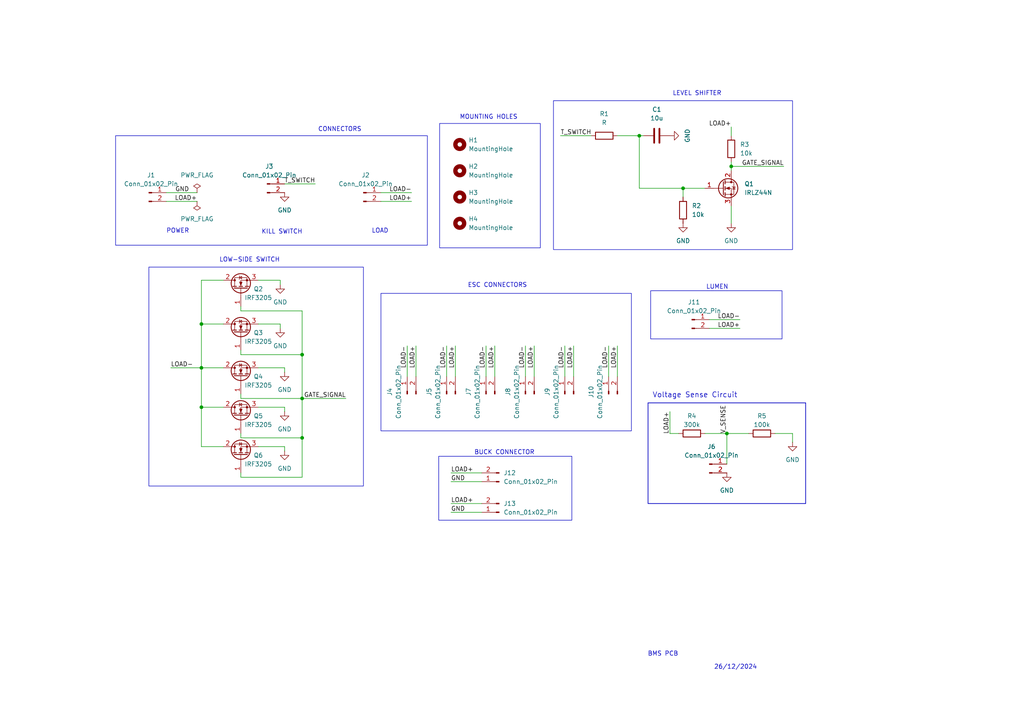
<source format=kicad_sch>
(kicad_sch
	(version 20231120)
	(generator "eeschema")
	(generator_version "8.0")
	(uuid "f896bd81-6b28-49ed-9656-1a8842ead78e")
	(paper "A4")
	(lib_symbols
		(symbol "Connector:Conn_01x02_Pin"
			(pin_names
				(offset 1.016) hide)
			(exclude_from_sim no)
			(in_bom yes)
			(on_board yes)
			(property "Reference" "J"
				(at 0 2.54 0)
				(effects
					(font
						(size 1.27 1.27)
					)
				)
			)
			(property "Value" "Conn_01x02_Pin"
				(at 0 -5.08 0)
				(effects
					(font
						(size 1.27 1.27)
					)
				)
			)
			(property "Footprint" ""
				(at 0 0 0)
				(effects
					(font
						(size 1.27 1.27)
					)
					(hide yes)
				)
			)
			(property "Datasheet" "~"
				(at 0 0 0)
				(effects
					(font
						(size 1.27 1.27)
					)
					(hide yes)
				)
			)
			(property "Description" "Generic connector, single row, 01x02, script generated"
				(at 0 0 0)
				(effects
					(font
						(size 1.27 1.27)
					)
					(hide yes)
				)
			)
			(property "ki_locked" ""
				(at 0 0 0)
				(effects
					(font
						(size 1.27 1.27)
					)
				)
			)
			(property "ki_keywords" "connector"
				(at 0 0 0)
				(effects
					(font
						(size 1.27 1.27)
					)
					(hide yes)
				)
			)
			(property "ki_fp_filters" "Connector*:*_1x??_*"
				(at 0 0 0)
				(effects
					(font
						(size 1.27 1.27)
					)
					(hide yes)
				)
			)
			(symbol "Conn_01x02_Pin_1_1"
				(polyline
					(pts
						(xy 1.27 -2.54) (xy 0.8636 -2.54)
					)
					(stroke
						(width 0.1524)
						(type default)
					)
					(fill
						(type none)
					)
				)
				(polyline
					(pts
						(xy 1.27 0) (xy 0.8636 0)
					)
					(stroke
						(width 0.1524)
						(type default)
					)
					(fill
						(type none)
					)
				)
				(rectangle
					(start 0.8636 -2.413)
					(end 0 -2.667)
					(stroke
						(width 0.1524)
						(type default)
					)
					(fill
						(type outline)
					)
				)
				(rectangle
					(start 0.8636 0.127)
					(end 0 -0.127)
					(stroke
						(width 0.1524)
						(type default)
					)
					(fill
						(type outline)
					)
				)
				(pin passive line
					(at 5.08 0 180)
					(length 3.81)
					(name "Pin_1"
						(effects
							(font
								(size 1.27 1.27)
							)
						)
					)
					(number "1"
						(effects
							(font
								(size 1.27 1.27)
							)
						)
					)
				)
				(pin passive line
					(at 5.08 -2.54 180)
					(length 3.81)
					(name "Pin_2"
						(effects
							(font
								(size 1.27 1.27)
							)
						)
					)
					(number "2"
						(effects
							(font
								(size 1.27 1.27)
							)
						)
					)
				)
			)
		)
		(symbol "Device:C"
			(pin_numbers hide)
			(pin_names
				(offset 0.254)
			)
			(exclude_from_sim no)
			(in_bom yes)
			(on_board yes)
			(property "Reference" "C"
				(at 0.635 2.54 0)
				(effects
					(font
						(size 1.27 1.27)
					)
					(justify left)
				)
			)
			(property "Value" "C"
				(at 0.635 -2.54 0)
				(effects
					(font
						(size 1.27 1.27)
					)
					(justify left)
				)
			)
			(property "Footprint" ""
				(at 0.9652 -3.81 0)
				(effects
					(font
						(size 1.27 1.27)
					)
					(hide yes)
				)
			)
			(property "Datasheet" "~"
				(at 0 0 0)
				(effects
					(font
						(size 1.27 1.27)
					)
					(hide yes)
				)
			)
			(property "Description" "Unpolarized capacitor"
				(at 0 0 0)
				(effects
					(font
						(size 1.27 1.27)
					)
					(hide yes)
				)
			)
			(property "ki_keywords" "cap capacitor"
				(at 0 0 0)
				(effects
					(font
						(size 1.27 1.27)
					)
					(hide yes)
				)
			)
			(property "ki_fp_filters" "C_*"
				(at 0 0 0)
				(effects
					(font
						(size 1.27 1.27)
					)
					(hide yes)
				)
			)
			(symbol "C_0_1"
				(polyline
					(pts
						(xy -2.032 -0.762) (xy 2.032 -0.762)
					)
					(stroke
						(width 0.508)
						(type default)
					)
					(fill
						(type none)
					)
				)
				(polyline
					(pts
						(xy -2.032 0.762) (xy 2.032 0.762)
					)
					(stroke
						(width 0.508)
						(type default)
					)
					(fill
						(type none)
					)
				)
			)
			(symbol "C_1_1"
				(pin passive line
					(at 0 3.81 270)
					(length 2.794)
					(name "~"
						(effects
							(font
								(size 1.27 1.27)
							)
						)
					)
					(number "1"
						(effects
							(font
								(size 1.27 1.27)
							)
						)
					)
				)
				(pin passive line
					(at 0 -3.81 90)
					(length 2.794)
					(name "~"
						(effects
							(font
								(size 1.27 1.27)
							)
						)
					)
					(number "2"
						(effects
							(font
								(size 1.27 1.27)
							)
						)
					)
				)
			)
		)
		(symbol "Device:R"
			(pin_numbers hide)
			(pin_names
				(offset 0)
			)
			(exclude_from_sim no)
			(in_bom yes)
			(on_board yes)
			(property "Reference" "R"
				(at 2.032 0 90)
				(effects
					(font
						(size 1.27 1.27)
					)
				)
			)
			(property "Value" "R"
				(at 0 0 90)
				(effects
					(font
						(size 1.27 1.27)
					)
				)
			)
			(property "Footprint" ""
				(at -1.778 0 90)
				(effects
					(font
						(size 1.27 1.27)
					)
					(hide yes)
				)
			)
			(property "Datasheet" "~"
				(at 0 0 0)
				(effects
					(font
						(size 1.27 1.27)
					)
					(hide yes)
				)
			)
			(property "Description" "Resistor"
				(at 0 0 0)
				(effects
					(font
						(size 1.27 1.27)
					)
					(hide yes)
				)
			)
			(property "ki_keywords" "R res resistor"
				(at 0 0 0)
				(effects
					(font
						(size 1.27 1.27)
					)
					(hide yes)
				)
			)
			(property "ki_fp_filters" "R_*"
				(at 0 0 0)
				(effects
					(font
						(size 1.27 1.27)
					)
					(hide yes)
				)
			)
			(symbol "R_0_1"
				(rectangle
					(start -1.016 -2.54)
					(end 1.016 2.54)
					(stroke
						(width 0.254)
						(type default)
					)
					(fill
						(type none)
					)
				)
			)
			(symbol "R_1_1"
				(pin passive line
					(at 0 3.81 270)
					(length 1.27)
					(name "~"
						(effects
							(font
								(size 1.27 1.27)
							)
						)
					)
					(number "1"
						(effects
							(font
								(size 1.27 1.27)
							)
						)
					)
				)
				(pin passive line
					(at 0 -3.81 90)
					(length 1.27)
					(name "~"
						(effects
							(font
								(size 1.27 1.27)
							)
						)
					)
					(number "2"
						(effects
							(font
								(size 1.27 1.27)
							)
						)
					)
				)
			)
		)
		(symbol "Mechanical:MountingHole"
			(pin_names
				(offset 1.016)
			)
			(exclude_from_sim yes)
			(in_bom no)
			(on_board yes)
			(property "Reference" "H"
				(at 0 5.08 0)
				(effects
					(font
						(size 1.27 1.27)
					)
				)
			)
			(property "Value" "MountingHole"
				(at 0 3.175 0)
				(effects
					(font
						(size 1.27 1.27)
					)
				)
			)
			(property "Footprint" ""
				(at 0 0 0)
				(effects
					(font
						(size 1.27 1.27)
					)
					(hide yes)
				)
			)
			(property "Datasheet" "~"
				(at 0 0 0)
				(effects
					(font
						(size 1.27 1.27)
					)
					(hide yes)
				)
			)
			(property "Description" "Mounting Hole without connection"
				(at 0 0 0)
				(effects
					(font
						(size 1.27 1.27)
					)
					(hide yes)
				)
			)
			(property "ki_keywords" "mounting hole"
				(at 0 0 0)
				(effects
					(font
						(size 1.27 1.27)
					)
					(hide yes)
				)
			)
			(property "ki_fp_filters" "MountingHole*"
				(at 0 0 0)
				(effects
					(font
						(size 1.27 1.27)
					)
					(hide yes)
				)
			)
			(symbol "MountingHole_0_1"
				(circle
					(center 0 0)
					(radius 1.27)
					(stroke
						(width 1.27)
						(type default)
					)
					(fill
						(type none)
					)
				)
			)
		)
		(symbol "Transistor_FET:IRF3205"
			(pin_names hide)
			(exclude_from_sim no)
			(in_bom yes)
			(on_board yes)
			(property "Reference" "Q"
				(at 6.35 1.905 0)
				(effects
					(font
						(size 1.27 1.27)
					)
					(justify left)
				)
			)
			(property "Value" "IRF3205"
				(at 6.35 0 0)
				(effects
					(font
						(size 1.27 1.27)
					)
					(justify left)
				)
			)
			(property "Footprint" "Package_TO_SOT_THT:TO-220-3_Vertical"
				(at 6.35 -1.905 0)
				(effects
					(font
						(size 1.27 1.27)
						(italic yes)
					)
					(justify left)
					(hide yes)
				)
			)
			(property "Datasheet" "http://www.irf.com/product-info/datasheets/data/irf3205.pdf"
				(at 0 0 0)
				(effects
					(font
						(size 1.27 1.27)
					)
					(justify left)
					(hide yes)
				)
			)
			(property "Description" "110A Id, 55V Vds, Single N-Channel HEXFET Power MOSFET, 8mOhm Ron, TO-220AB"
				(at 0 0 0)
				(effects
					(font
						(size 1.27 1.27)
					)
					(hide yes)
				)
			)
			(property "ki_keywords" "Single N-Channel HEXFET Power MOSFET"
				(at 0 0 0)
				(effects
					(font
						(size 1.27 1.27)
					)
					(hide yes)
				)
			)
			(property "ki_fp_filters" "TO?220*"
				(at 0 0 0)
				(effects
					(font
						(size 1.27 1.27)
					)
					(hide yes)
				)
			)
			(symbol "IRF3205_0_1"
				(polyline
					(pts
						(xy 0.254 0) (xy -2.54 0)
					)
					(stroke
						(width 0)
						(type default)
					)
					(fill
						(type none)
					)
				)
				(polyline
					(pts
						(xy 0.254 1.905) (xy 0.254 -1.905)
					)
					(stroke
						(width 0.254)
						(type default)
					)
					(fill
						(type none)
					)
				)
				(polyline
					(pts
						(xy 0.762 -1.27) (xy 0.762 -2.286)
					)
					(stroke
						(width 0.254)
						(type default)
					)
					(fill
						(type none)
					)
				)
				(polyline
					(pts
						(xy 0.762 0.508) (xy 0.762 -0.508)
					)
					(stroke
						(width 0.254)
						(type default)
					)
					(fill
						(type none)
					)
				)
				(polyline
					(pts
						(xy 0.762 2.286) (xy 0.762 1.27)
					)
					(stroke
						(width 0.254)
						(type default)
					)
					(fill
						(type none)
					)
				)
				(polyline
					(pts
						(xy 2.54 2.54) (xy 2.54 1.778)
					)
					(stroke
						(width 0)
						(type default)
					)
					(fill
						(type none)
					)
				)
				(polyline
					(pts
						(xy 2.54 -2.54) (xy 2.54 0) (xy 0.762 0)
					)
					(stroke
						(width 0)
						(type default)
					)
					(fill
						(type none)
					)
				)
				(polyline
					(pts
						(xy 0.762 -1.778) (xy 3.302 -1.778) (xy 3.302 1.778) (xy 0.762 1.778)
					)
					(stroke
						(width 0)
						(type default)
					)
					(fill
						(type none)
					)
				)
				(polyline
					(pts
						(xy 1.016 0) (xy 2.032 0.381) (xy 2.032 -0.381) (xy 1.016 0)
					)
					(stroke
						(width 0)
						(type default)
					)
					(fill
						(type outline)
					)
				)
				(polyline
					(pts
						(xy 2.794 0.508) (xy 2.921 0.381) (xy 3.683 0.381) (xy 3.81 0.254)
					)
					(stroke
						(width 0)
						(type default)
					)
					(fill
						(type none)
					)
				)
				(polyline
					(pts
						(xy 3.302 0.381) (xy 2.921 -0.254) (xy 3.683 -0.254) (xy 3.302 0.381)
					)
					(stroke
						(width 0)
						(type default)
					)
					(fill
						(type none)
					)
				)
				(circle
					(center 1.651 0)
					(radius 2.794)
					(stroke
						(width 0.254)
						(type default)
					)
					(fill
						(type none)
					)
				)
				(circle
					(center 2.54 -1.778)
					(radius 0.254)
					(stroke
						(width 0)
						(type default)
					)
					(fill
						(type outline)
					)
				)
				(circle
					(center 2.54 1.778)
					(radius 0.254)
					(stroke
						(width 0)
						(type default)
					)
					(fill
						(type outline)
					)
				)
			)
			(symbol "IRF3205_1_1"
				(pin input line
					(at -5.08 0 0)
					(length 2.54)
					(name "G"
						(effects
							(font
								(size 1.27 1.27)
							)
						)
					)
					(number "1"
						(effects
							(font
								(size 1.27 1.27)
							)
						)
					)
				)
				(pin passive line
					(at 2.54 5.08 270)
					(length 2.54)
					(name "D"
						(effects
							(font
								(size 1.27 1.27)
							)
						)
					)
					(number "2"
						(effects
							(font
								(size 1.27 1.27)
							)
						)
					)
				)
				(pin passive line
					(at 2.54 -5.08 90)
					(length 2.54)
					(name "S"
						(effects
							(font
								(size 1.27 1.27)
							)
						)
					)
					(number "3"
						(effects
							(font
								(size 1.27 1.27)
							)
						)
					)
				)
			)
		)
		(symbol "Transistor_FET:IRLZ44N"
			(pin_names hide)
			(exclude_from_sim no)
			(in_bom yes)
			(on_board yes)
			(property "Reference" "Q"
				(at 5.08 1.905 0)
				(effects
					(font
						(size 1.27 1.27)
					)
					(justify left)
				)
			)
			(property "Value" "IRLZ44N"
				(at 5.08 0 0)
				(effects
					(font
						(size 1.27 1.27)
					)
					(justify left)
				)
			)
			(property "Footprint" "Package_TO_SOT_THT:TO-220-3_Vertical"
				(at 5.08 -1.905 0)
				(effects
					(font
						(size 1.27 1.27)
						(italic yes)
					)
					(justify left)
					(hide yes)
				)
			)
			(property "Datasheet" "http://www.irf.com/product-info/datasheets/data/irlz44n.pdf"
				(at 5.08 -3.81 0)
				(effects
					(font
						(size 1.27 1.27)
					)
					(justify left)
					(hide yes)
				)
			)
			(property "Description" "47A Id, 55V Vds, 22mOhm Rds Single N-Channel HEXFET Power MOSFET, TO-220AB"
				(at 0 0 0)
				(effects
					(font
						(size 1.27 1.27)
					)
					(hide yes)
				)
			)
			(property "ki_keywords" "N-Channel HEXFET MOSFET Logic-Level"
				(at 0 0 0)
				(effects
					(font
						(size 1.27 1.27)
					)
					(hide yes)
				)
			)
			(property "ki_fp_filters" "TO?220*"
				(at 0 0 0)
				(effects
					(font
						(size 1.27 1.27)
					)
					(hide yes)
				)
			)
			(symbol "IRLZ44N_0_1"
				(polyline
					(pts
						(xy 0.254 0) (xy -2.54 0)
					)
					(stroke
						(width 0)
						(type default)
					)
					(fill
						(type none)
					)
				)
				(polyline
					(pts
						(xy 0.254 1.905) (xy 0.254 -1.905)
					)
					(stroke
						(width 0.254)
						(type default)
					)
					(fill
						(type none)
					)
				)
				(polyline
					(pts
						(xy 0.762 -1.27) (xy 0.762 -2.286)
					)
					(stroke
						(width 0.254)
						(type default)
					)
					(fill
						(type none)
					)
				)
				(polyline
					(pts
						(xy 0.762 0.508) (xy 0.762 -0.508)
					)
					(stroke
						(width 0.254)
						(type default)
					)
					(fill
						(type none)
					)
				)
				(polyline
					(pts
						(xy 0.762 2.286) (xy 0.762 1.27)
					)
					(stroke
						(width 0.254)
						(type default)
					)
					(fill
						(type none)
					)
				)
				(polyline
					(pts
						(xy 2.54 2.54) (xy 2.54 1.778)
					)
					(stroke
						(width 0)
						(type default)
					)
					(fill
						(type none)
					)
				)
				(polyline
					(pts
						(xy 2.54 -2.54) (xy 2.54 0) (xy 0.762 0)
					)
					(stroke
						(width 0)
						(type default)
					)
					(fill
						(type none)
					)
				)
				(polyline
					(pts
						(xy 0.762 -1.778) (xy 3.302 -1.778) (xy 3.302 1.778) (xy 0.762 1.778)
					)
					(stroke
						(width 0)
						(type default)
					)
					(fill
						(type none)
					)
				)
				(polyline
					(pts
						(xy 1.016 0) (xy 2.032 0.381) (xy 2.032 -0.381) (xy 1.016 0)
					)
					(stroke
						(width 0)
						(type default)
					)
					(fill
						(type outline)
					)
				)
				(polyline
					(pts
						(xy 2.794 0.508) (xy 2.921 0.381) (xy 3.683 0.381) (xy 3.81 0.254)
					)
					(stroke
						(width 0)
						(type default)
					)
					(fill
						(type none)
					)
				)
				(polyline
					(pts
						(xy 3.302 0.381) (xy 2.921 -0.254) (xy 3.683 -0.254) (xy 3.302 0.381)
					)
					(stroke
						(width 0)
						(type default)
					)
					(fill
						(type none)
					)
				)
				(circle
					(center 1.651 0)
					(radius 2.794)
					(stroke
						(width 0.254)
						(type default)
					)
					(fill
						(type none)
					)
				)
				(circle
					(center 2.54 -1.778)
					(radius 0.254)
					(stroke
						(width 0)
						(type default)
					)
					(fill
						(type outline)
					)
				)
				(circle
					(center 2.54 1.778)
					(radius 0.254)
					(stroke
						(width 0)
						(type default)
					)
					(fill
						(type outline)
					)
				)
			)
			(symbol "IRLZ44N_1_1"
				(pin input line
					(at -5.08 0 0)
					(length 2.54)
					(name "G"
						(effects
							(font
								(size 1.27 1.27)
							)
						)
					)
					(number "1"
						(effects
							(font
								(size 1.27 1.27)
							)
						)
					)
				)
				(pin passive line
					(at 2.54 5.08 270)
					(length 2.54)
					(name "D"
						(effects
							(font
								(size 1.27 1.27)
							)
						)
					)
					(number "2"
						(effects
							(font
								(size 1.27 1.27)
							)
						)
					)
				)
				(pin passive line
					(at 2.54 -5.08 90)
					(length 2.54)
					(name "S"
						(effects
							(font
								(size 1.27 1.27)
							)
						)
					)
					(number "3"
						(effects
							(font
								(size 1.27 1.27)
							)
						)
					)
				)
			)
		)
		(symbol "power:GND"
			(power)
			(pin_numbers hide)
			(pin_names
				(offset 0) hide)
			(exclude_from_sim no)
			(in_bom yes)
			(on_board yes)
			(property "Reference" "#PWR"
				(at 0 -6.35 0)
				(effects
					(font
						(size 1.27 1.27)
					)
					(hide yes)
				)
			)
			(property "Value" "GND"
				(at 0 -3.81 0)
				(effects
					(font
						(size 1.27 1.27)
					)
				)
			)
			(property "Footprint" ""
				(at 0 0 0)
				(effects
					(font
						(size 1.27 1.27)
					)
					(hide yes)
				)
			)
			(property "Datasheet" ""
				(at 0 0 0)
				(effects
					(font
						(size 1.27 1.27)
					)
					(hide yes)
				)
			)
			(property "Description" "Power symbol creates a global label with name \"GND\" , ground"
				(at 0 0 0)
				(effects
					(font
						(size 1.27 1.27)
					)
					(hide yes)
				)
			)
			(property "ki_keywords" "global power"
				(at 0 0 0)
				(effects
					(font
						(size 1.27 1.27)
					)
					(hide yes)
				)
			)
			(symbol "GND_0_1"
				(polyline
					(pts
						(xy 0 0) (xy 0 -1.27) (xy 1.27 -1.27) (xy 0 -2.54) (xy -1.27 -1.27) (xy 0 -1.27)
					)
					(stroke
						(width 0)
						(type default)
					)
					(fill
						(type none)
					)
				)
			)
			(symbol "GND_1_1"
				(pin power_in line
					(at 0 0 270)
					(length 0)
					(name "~"
						(effects
							(font
								(size 1.27 1.27)
							)
						)
					)
					(number "1"
						(effects
							(font
								(size 1.27 1.27)
							)
						)
					)
				)
			)
		)
		(symbol "power:PWR_FLAG"
			(power)
			(pin_numbers hide)
			(pin_names
				(offset 0) hide)
			(exclude_from_sim no)
			(in_bom yes)
			(on_board yes)
			(property "Reference" "#FLG"
				(at 0 1.905 0)
				(effects
					(font
						(size 1.27 1.27)
					)
					(hide yes)
				)
			)
			(property "Value" "PWR_FLAG"
				(at 0 3.81 0)
				(effects
					(font
						(size 1.27 1.27)
					)
				)
			)
			(property "Footprint" ""
				(at 0 0 0)
				(effects
					(font
						(size 1.27 1.27)
					)
					(hide yes)
				)
			)
			(property "Datasheet" "~"
				(at 0 0 0)
				(effects
					(font
						(size 1.27 1.27)
					)
					(hide yes)
				)
			)
			(property "Description" "Special symbol for telling ERC where power comes from"
				(at 0 0 0)
				(effects
					(font
						(size 1.27 1.27)
					)
					(hide yes)
				)
			)
			(property "ki_keywords" "flag power"
				(at 0 0 0)
				(effects
					(font
						(size 1.27 1.27)
					)
					(hide yes)
				)
			)
			(symbol "PWR_FLAG_0_0"
				(pin power_out line
					(at 0 0 90)
					(length 0)
					(name "~"
						(effects
							(font
								(size 1.27 1.27)
							)
						)
					)
					(number "1"
						(effects
							(font
								(size 1.27 1.27)
							)
						)
					)
				)
			)
			(symbol "PWR_FLAG_0_1"
				(polyline
					(pts
						(xy 0 0) (xy 0 1.27) (xy -1.016 1.905) (xy 0 2.54) (xy 1.016 1.905) (xy 0 1.27)
					)
					(stroke
						(width 0)
						(type default)
					)
					(fill
						(type none)
					)
				)
			)
		)
	)
	(junction
		(at 185.42 39.37)
		(diameter 0)
		(color 0 0 0 0)
		(uuid "34619253-aac3-499a-93b2-d4ab11076bce")
	)
	(junction
		(at 210.82 125.73)
		(diameter 0)
		(color 0 0 0 0)
		(uuid "3d8ed824-8efc-4926-958d-c1a2df036026")
	)
	(junction
		(at 58.42 93.98)
		(diameter 0)
		(color 0 0 0 0)
		(uuid "3fca12f6-5319-4e0a-aa21-6c1db60b50a3")
	)
	(junction
		(at 87.63 102.87)
		(diameter 0)
		(color 0 0 0 0)
		(uuid "49bca130-e2c0-4ea9-947d-8d62208c3503")
	)
	(junction
		(at 58.42 106.68)
		(diameter 0)
		(color 0 0 0 0)
		(uuid "76a30f9a-9501-41b2-b191-17d2003164c9")
	)
	(junction
		(at 87.63 115.57)
		(diameter 0)
		(color 0 0 0 0)
		(uuid "92283c00-4716-43fd-a449-67c7e6688727")
	)
	(junction
		(at 58.42 118.11)
		(diameter 0)
		(color 0 0 0 0)
		(uuid "e990375a-a9c2-46ad-9521-ebccf5729f1c")
	)
	(junction
		(at 87.63 127)
		(diameter 0)
		(color 0 0 0 0)
		(uuid "e9f7ed0a-3aed-44bb-867c-814e47bf6182")
	)
	(junction
		(at 212.09 48.26)
		(diameter 0)
		(color 0 0 0 0)
		(uuid "efd362f1-7abc-4068-a2eb-68439b39b7cf")
	)
	(junction
		(at 198.12 54.61)
		(diameter 0)
		(color 0 0 0 0)
		(uuid "f506a672-169b-4def-adf2-e693fb3df3b1")
	)
	(wire
		(pts
			(xy 58.42 118.11) (xy 64.77 118.11)
		)
		(stroke
			(width 0)
			(type default)
		)
		(uuid "0475ce81-8736-4d62-9cba-2329faad43bc")
	)
	(wire
		(pts
			(xy 204.47 125.73) (xy 210.82 125.73)
		)
		(stroke
			(width 0)
			(type default)
		)
		(uuid "064a09b3-feb8-4b52-9ccf-5599c9528db2")
	)
	(wire
		(pts
			(xy 58.42 106.68) (xy 64.77 106.68)
		)
		(stroke
			(width 0)
			(type default)
		)
		(uuid "0915d696-3940-4e21-bcab-ff3ac52f3fde")
	)
	(wire
		(pts
			(xy 210.82 125.73) (xy 217.17 125.73)
		)
		(stroke
			(width 0)
			(type default)
		)
		(uuid "0a40d492-c6a7-4da0-90ef-83a15f5c8489")
	)
	(wire
		(pts
			(xy 58.42 106.68) (xy 58.42 118.11)
		)
		(stroke
			(width 0)
			(type default)
		)
		(uuid "0ac615fb-fe2e-427a-b9a4-ed20e4cf63f0")
	)
	(wire
		(pts
			(xy 91.44 53.34) (xy 82.55 53.34)
		)
		(stroke
			(width 0)
			(type default)
		)
		(uuid "0c445424-244e-4fe1-87f0-ea67e4aaad1b")
	)
	(wire
		(pts
			(xy 212.09 59.69) (xy 212.09 64.77)
		)
		(stroke
			(width 0)
			(type default)
		)
		(uuid "0e92f73d-881f-46dc-8470-013e212df87e")
	)
	(wire
		(pts
			(xy 198.12 54.61) (xy 198.12 57.15)
		)
		(stroke
			(width 0)
			(type default)
		)
		(uuid "105bff65-3c9d-4786-921e-ce805720ed28")
	)
	(wire
		(pts
			(xy 119.38 55.88) (xy 110.49 55.88)
		)
		(stroke
			(width 0)
			(type default)
		)
		(uuid "12a3ed80-6a10-4253-b6ba-1f6718e2e493")
	)
	(wire
		(pts
			(xy 82.55 118.11) (xy 82.55 119.38)
		)
		(stroke
			(width 0)
			(type default)
		)
		(uuid "12b6a1f1-c009-4a8f-b7b8-60123970aee6")
	)
	(wire
		(pts
			(xy 143.51 100.33) (xy 143.51 109.22)
		)
		(stroke
			(width 0)
			(type default)
		)
		(uuid "16645344-ba93-493e-9c47-bf1581055e5f")
	)
	(wire
		(pts
			(xy 212.09 48.26) (xy 212.09 49.53)
		)
		(stroke
			(width 0)
			(type default)
		)
		(uuid "1dab7b48-0af1-4153-8ac8-f341f6099135")
	)
	(wire
		(pts
			(xy 163.83 100.33) (xy 163.83 109.22)
		)
		(stroke
			(width 0)
			(type default)
		)
		(uuid "217ec732-c8ca-422d-bbde-695ec35d8bee")
	)
	(wire
		(pts
			(xy 74.93 81.28) (xy 81.28 81.28)
		)
		(stroke
			(width 0)
			(type default)
		)
		(uuid "2b656c4e-0d6b-442f-8a79-84787a5c4b54")
	)
	(wire
		(pts
			(xy 69.85 102.87) (xy 87.63 102.87)
		)
		(stroke
			(width 0)
			(type default)
		)
		(uuid "2dec7cde-4ef9-4032-8f68-1da6a33e965f")
	)
	(wire
		(pts
			(xy 119.38 58.42) (xy 110.49 58.42)
		)
		(stroke
			(width 0)
			(type default)
		)
		(uuid "3170723a-751d-422d-94d1-a33af40d5bc6")
	)
	(wire
		(pts
			(xy 74.93 106.68) (xy 82.55 106.68)
		)
		(stroke
			(width 0)
			(type default)
		)
		(uuid "341bb6a6-9b1d-47bc-85c8-46900766917c")
	)
	(wire
		(pts
			(xy 58.42 118.11) (xy 58.42 129.54)
		)
		(stroke
			(width 0)
			(type default)
		)
		(uuid "34a545d5-def7-424f-a1d5-c952175408c8")
	)
	(wire
		(pts
			(xy 210.82 125.73) (xy 210.82 134.62)
		)
		(stroke
			(width 0)
			(type default)
		)
		(uuid "3934480a-ff69-4741-82a6-85c0ee18149a")
	)
	(wire
		(pts
			(xy 227.33 48.26) (xy 212.09 48.26)
		)
		(stroke
			(width 0)
			(type default)
		)
		(uuid "39ed5cca-fadf-466a-adbd-8b1562fab392")
	)
	(wire
		(pts
			(xy 152.4 100.33) (xy 152.4 109.22)
		)
		(stroke
			(width 0)
			(type default)
		)
		(uuid "3bbeda32-b7c7-4e8a-9e67-b07ea053dc36")
	)
	(wire
		(pts
			(xy 69.85 114.3) (xy 69.85 115.57)
		)
		(stroke
			(width 0)
			(type default)
		)
		(uuid "4153eedf-662e-401d-b2d1-d28e65d2b117")
	)
	(wire
		(pts
			(xy 69.85 127) (xy 87.63 127)
		)
		(stroke
			(width 0)
			(type default)
		)
		(uuid "43590c93-ce98-482b-8580-865c182d0b31")
	)
	(wire
		(pts
			(xy 179.07 100.33) (xy 179.07 109.22)
		)
		(stroke
			(width 0)
			(type default)
		)
		(uuid "45f0a2bb-276f-485e-9113-07bb08668916")
	)
	(wire
		(pts
			(xy 64.77 81.28) (xy 58.42 81.28)
		)
		(stroke
			(width 0)
			(type default)
		)
		(uuid "477b02d1-247b-464a-925c-1fb5525f13cc")
	)
	(wire
		(pts
			(xy 58.42 93.98) (xy 58.42 106.68)
		)
		(stroke
			(width 0)
			(type default)
		)
		(uuid "4c83d455-c831-451e-9052-a230346eab38")
	)
	(wire
		(pts
			(xy 69.85 88.9) (xy 69.85 90.17)
		)
		(stroke
			(width 0)
			(type default)
		)
		(uuid "4c98905f-62ea-4eb0-825f-53d783229d56")
	)
	(wire
		(pts
			(xy 154.94 100.33) (xy 154.94 109.22)
		)
		(stroke
			(width 0)
			(type default)
		)
		(uuid "564cc9fe-f4b6-4eaf-aff7-bf31ae8a2a9e")
	)
	(wire
		(pts
			(xy 212.09 36.83) (xy 212.09 39.37)
		)
		(stroke
			(width 0)
			(type default)
		)
		(uuid "5e3fe77d-5b6d-43a8-9f1d-00ff07276ccf")
	)
	(wire
		(pts
			(xy 48.26 55.88) (xy 57.15 55.88)
		)
		(stroke
			(width 0)
			(type default)
		)
		(uuid "63f3fafd-af02-4c12-a216-7fd66e4c8982")
	)
	(wire
		(pts
			(xy 140.97 100.33) (xy 140.97 109.22)
		)
		(stroke
			(width 0)
			(type default)
		)
		(uuid "69a42b9b-4e03-4492-9ea5-1f8575456be1")
	)
	(wire
		(pts
			(xy 185.42 39.37) (xy 186.69 39.37)
		)
		(stroke
			(width 0)
			(type default)
		)
		(uuid "6b34af60-033a-4423-979e-bc4fa97df27a")
	)
	(wire
		(pts
			(xy 48.26 58.42) (xy 57.15 58.42)
		)
		(stroke
			(width 0)
			(type default)
		)
		(uuid "6b4350a5-53c0-473b-b11b-a658ec68c4fe")
	)
	(wire
		(pts
			(xy 129.54 100.33) (xy 129.54 109.22)
		)
		(stroke
			(width 0)
			(type default)
		)
		(uuid "6b4a8be3-f5eb-4cfc-82c2-55b2c2309a19")
	)
	(wire
		(pts
			(xy 130.81 139.7) (xy 139.7 139.7)
		)
		(stroke
			(width 0)
			(type default)
		)
		(uuid "6dab8a44-e5bc-47eb-ae6b-613c13ea8914")
	)
	(wire
		(pts
			(xy 87.63 127) (xy 87.63 138.43)
		)
		(stroke
			(width 0)
			(type default)
		)
		(uuid "6db48426-21e8-486f-a56b-b59c3af6f1cc")
	)
	(wire
		(pts
			(xy 229.87 125.73) (xy 229.87 128.27)
		)
		(stroke
			(width 0)
			(type default)
		)
		(uuid "7d7ed2b0-0833-4d56-a8c3-a6fb5ac69750")
	)
	(wire
		(pts
			(xy 74.93 93.98) (xy 81.28 93.98)
		)
		(stroke
			(width 0)
			(type default)
		)
		(uuid "80b2e8dd-d663-4f83-a939-81353fa081d2")
	)
	(wire
		(pts
			(xy 229.87 125.73) (xy 224.79 125.73)
		)
		(stroke
			(width 0)
			(type default)
		)
		(uuid "87703ac1-85ff-451a-8f64-aa0d75fb5728")
	)
	(wire
		(pts
			(xy 198.12 54.61) (xy 204.47 54.61)
		)
		(stroke
			(width 0)
			(type default)
		)
		(uuid "87aaa9f4-aa91-4240-b35f-f8f048aaf25f")
	)
	(wire
		(pts
			(xy 87.63 138.43) (xy 69.85 138.43)
		)
		(stroke
			(width 0)
			(type default)
		)
		(uuid "88a6fe18-35dd-48d3-b5aa-bceebaf1c008")
	)
	(wire
		(pts
			(xy 58.42 81.28) (xy 58.42 93.98)
		)
		(stroke
			(width 0)
			(type default)
		)
		(uuid "89243d44-aaee-4efc-85fa-262d79b12556")
	)
	(wire
		(pts
			(xy 58.42 129.54) (xy 64.77 129.54)
		)
		(stroke
			(width 0)
			(type default)
		)
		(uuid "8becda35-fe87-48fd-8b91-25ce35753b83")
	)
	(wire
		(pts
			(xy 81.28 93.98) (xy 81.28 95.25)
		)
		(stroke
			(width 0)
			(type default)
		)
		(uuid "8bf7ec71-2372-4340-94e5-a04bc56c18f8")
	)
	(wire
		(pts
			(xy 162.56 39.37) (xy 171.45 39.37)
		)
		(stroke
			(width 0)
			(type default)
		)
		(uuid "8bf9fccb-dd48-43bb-af96-26036fc41f80")
	)
	(wire
		(pts
			(xy 74.93 129.54) (xy 82.55 129.54)
		)
		(stroke
			(width 0)
			(type default)
		)
		(uuid "92fa17dd-f128-40bc-b793-b3efdf136f43")
	)
	(wire
		(pts
			(xy 214.63 92.71) (xy 205.74 92.71)
		)
		(stroke
			(width 0)
			(type default)
		)
		(uuid "94388e50-f281-4b1f-abd0-559a6ec3457a")
	)
	(wire
		(pts
			(xy 194.31 125.73) (xy 196.85 125.73)
		)
		(stroke
			(width 0)
			(type default)
		)
		(uuid "94dc9b63-3421-4b5b-9622-50abd70387ff")
	)
	(wire
		(pts
			(xy 179.07 39.37) (xy 185.42 39.37)
		)
		(stroke
			(width 0)
			(type default)
		)
		(uuid "95e6ec47-f370-4ee2-b49f-b5bc50d425fe")
	)
	(wire
		(pts
			(xy 69.85 138.43) (xy 69.85 137.16)
		)
		(stroke
			(width 0)
			(type default)
		)
		(uuid "960d225f-0eb6-4426-8313-08b5d5828d48")
	)
	(wire
		(pts
			(xy 212.09 46.99) (xy 212.09 48.26)
		)
		(stroke
			(width 0)
			(type default)
		)
		(uuid "96a70a74-101a-4370-bbad-48d36d9bd416")
	)
	(wire
		(pts
			(xy 194.31 119.38) (xy 194.31 125.73)
		)
		(stroke
			(width 0)
			(type default)
		)
		(uuid "97a7346a-6378-4e3b-a638-881e15b7cb6f")
	)
	(wire
		(pts
			(xy 58.42 93.98) (xy 64.77 93.98)
		)
		(stroke
			(width 0)
			(type default)
		)
		(uuid "98698afe-95b0-4c93-a025-8ddd2b838f63")
	)
	(wire
		(pts
			(xy 120.65 100.33) (xy 120.65 109.22)
		)
		(stroke
			(width 0)
			(type default)
		)
		(uuid "989bdf4f-88f1-4dab-97c7-f00554c96c6a")
	)
	(wire
		(pts
			(xy 87.63 115.57) (xy 100.33 115.57)
		)
		(stroke
			(width 0)
			(type default)
		)
		(uuid "9e619064-2069-4697-bc99-deb9633c9b38")
	)
	(wire
		(pts
			(xy 118.11 100.33) (xy 118.11 109.22)
		)
		(stroke
			(width 0)
			(type default)
		)
		(uuid "a3497457-cb7e-4660-b984-e367439f7b78")
	)
	(wire
		(pts
			(xy 166.37 100.33) (xy 166.37 109.22)
		)
		(stroke
			(width 0)
			(type default)
		)
		(uuid "a3c07fb0-6067-4010-bf33-63559b6ffd88")
	)
	(wire
		(pts
			(xy 49.53 106.68) (xy 58.42 106.68)
		)
		(stroke
			(width 0)
			(type default)
		)
		(uuid "a70e3181-6028-410b-9490-b9bf774ce423")
	)
	(wire
		(pts
			(xy 130.81 137.16) (xy 139.7 137.16)
		)
		(stroke
			(width 0)
			(type default)
		)
		(uuid "ab48fc15-1b24-4ad1-8d03-1d8a0f8ea43a")
	)
	(wire
		(pts
			(xy 81.28 81.28) (xy 81.28 82.55)
		)
		(stroke
			(width 0)
			(type default)
		)
		(uuid "b51f8e42-6349-4637-8d9d-300350162dd7")
	)
	(wire
		(pts
			(xy 87.63 90.17) (xy 87.63 102.87)
		)
		(stroke
			(width 0)
			(type default)
		)
		(uuid "b9d95d78-98ce-47f5-a9bd-3a02768022cd")
	)
	(wire
		(pts
			(xy 87.63 102.87) (xy 87.63 115.57)
		)
		(stroke
			(width 0)
			(type default)
		)
		(uuid "ba563b33-fc62-4a29-b8a1-ca924abfa827")
	)
	(wire
		(pts
			(xy 82.55 129.54) (xy 82.55 130.81)
		)
		(stroke
			(width 0)
			(type default)
		)
		(uuid "c0d7d7ab-ee57-43df-9597-c54cd87ebab3")
	)
	(wire
		(pts
			(xy 69.85 90.17) (xy 87.63 90.17)
		)
		(stroke
			(width 0)
			(type default)
		)
		(uuid "c9efeca8-9436-41ec-88ec-8ad3f863a989")
	)
	(wire
		(pts
			(xy 69.85 125.73) (xy 69.85 127)
		)
		(stroke
			(width 0)
			(type default)
		)
		(uuid "ca304a58-d017-47fa-8762-edf4a762d2b8")
	)
	(wire
		(pts
			(xy 130.81 146.05) (xy 139.7 146.05)
		)
		(stroke
			(width 0)
			(type default)
		)
		(uuid "cb3f9ddc-b8e2-46ba-b2ed-2149e475d6af")
	)
	(wire
		(pts
			(xy 130.81 148.59) (xy 139.7 148.59)
		)
		(stroke
			(width 0)
			(type default)
		)
		(uuid "d03e5d2f-55e4-4812-905d-e7cc5a1ce3fc")
	)
	(wire
		(pts
			(xy 69.85 101.6) (xy 69.85 102.87)
		)
		(stroke
			(width 0)
			(type default)
		)
		(uuid "d05f5e3a-191f-4349-addc-0dc92e1e0df9")
	)
	(wire
		(pts
			(xy 185.42 39.37) (xy 185.42 54.61)
		)
		(stroke
			(width 0)
			(type default)
		)
		(uuid "d291fc0a-94a7-481c-9b51-953d19fa5ff1")
	)
	(wire
		(pts
			(xy 214.63 95.25) (xy 205.74 95.25)
		)
		(stroke
			(width 0)
			(type default)
		)
		(uuid "d2dda429-3e45-48b0-9b69-f0828e455407")
	)
	(wire
		(pts
			(xy 82.55 106.68) (xy 82.55 107.95)
		)
		(stroke
			(width 0)
			(type default)
		)
		(uuid "e019d46e-ea78-4443-8a1f-bc8a603fa8d7")
	)
	(wire
		(pts
			(xy 74.93 118.11) (xy 82.55 118.11)
		)
		(stroke
			(width 0)
			(type default)
		)
		(uuid "e17b7248-379b-46b9-a3bc-b169f73a927b")
	)
	(wire
		(pts
			(xy 185.42 54.61) (xy 198.12 54.61)
		)
		(stroke
			(width 0)
			(type default)
		)
		(uuid "e6fb4c37-898a-466b-b669-0e5bbe101c34")
	)
	(wire
		(pts
			(xy 87.63 115.57) (xy 87.63 127)
		)
		(stroke
			(width 0)
			(type default)
		)
		(uuid "eaf8b7ed-7417-45b5-8bcc-2c67db9a14c3")
	)
	(wire
		(pts
			(xy 132.08 100.33) (xy 132.08 109.22)
		)
		(stroke
			(width 0)
			(type default)
		)
		(uuid "f3c8dc83-25ba-43d8-bbe0-deb5df345770")
	)
	(wire
		(pts
			(xy 176.53 100.33) (xy 176.53 109.22)
		)
		(stroke
			(width 0)
			(type default)
		)
		(uuid "f4b86d96-5d34-46f0-a650-31eb7668ebb0")
	)
	(wire
		(pts
			(xy 69.85 115.57) (xy 87.63 115.57)
		)
		(stroke
			(width 0)
			(type default)
		)
		(uuid "f534c3fb-9839-4c25-93f2-b2a51f083d92")
	)
	(rectangle
		(start 110.49 124.968)
		(end 183.134 85.09)
		(stroke
			(width 0)
			(type default)
		)
		(fill
			(type none)
		)
		(uuid 09d87d0c-559c-4502-a996-76e6f6c5aaa2)
	)
	(rectangle
		(start 160.528 29.21)
		(end 229.87 72.39)
		(stroke
			(width 0)
			(type default)
		)
		(fill
			(type none)
		)
		(uuid 2ea8c157-1de9-43c9-8074-7b81c420eef8)
	)
	(rectangle
		(start 127.254 132.334)
		(end 165.862 150.876)
		(stroke
			(width 0)
			(type default)
		)
		(fill
			(type none)
		)
		(uuid 37481236-4ec6-4d3a-ba81-078e663b65e1)
	)
	(rectangle
		(start 33.528 39.37)
		(end 123.952 71.12)
		(stroke
			(width 0)
			(type default)
		)
		(fill
			(type none)
		)
		(uuid 5f966346-642b-4df8-931c-03858c64fc72)
	)
	(rectangle
		(start 127.508 35.814)
		(end 156.718 71.882)
		(stroke
			(width 0)
			(type default)
		)
		(fill
			(type none)
		)
		(uuid 765dc6d5-3bcc-440b-ac4f-7264483eb332)
	)
	(rectangle
		(start 188.722 84.328)
		(end 226.822 98.298)
		(stroke
			(width 0)
			(type default)
		)
		(fill
			(type none)
		)
		(uuid 88524ae2-02cc-4de8-a0b3-ed80a020b0aa)
	)
	(rectangle
		(start 187.96 116.84)
		(end 233.68 146.05)
		(stroke
			(width 0.2)
			(type default)
		)
		(fill
			(type none)
		)
		(uuid afe9c785-57e4-4b75-8912-f8b174fe8e42)
	)
	(rectangle
		(start 43.18 77.47)
		(end 105.41 140.97)
		(stroke
			(width 0)
			(type default)
		)
		(fill
			(type none)
		)
		(uuid c4e7964d-e4ed-4c1b-bcd2-14b4be6b524a)
	)
	(text "KILL SWITCH\n"
		(exclude_from_sim no)
		(at 81.788 67.31 0)
		(effects
			(font
				(size 1.27 1.27)
			)
		)
		(uuid "04194f85-9791-4e07-9e18-0afa017ad05c")
	)
	(text "ESC CONNECTORS\n"
		(exclude_from_sim no)
		(at 144.272 82.804 0)
		(effects
			(font
				(size 1.27 1.27)
			)
		)
		(uuid "12c7df3a-5c93-4c4f-b163-91e7c34a30f0")
	)
	(text "BMS PCB "
		(exclude_from_sim no)
		(at 192.786 189.738 0)
		(effects
			(font
				(size 1.27 1.27)
			)
		)
		(uuid "282c9e2b-bce8-478d-8440-f0eca69b49f4")
	)
	(text "BUCK CONNECTOR\n"
		(exclude_from_sim no)
		(at 146.304 131.318 0)
		(effects
			(font
				(size 1.27 1.27)
			)
		)
		(uuid "2b4554d2-9244-4a22-9160-41c5ead85ad2")
	)
	(text "LEVEL SHIFTER\n"
		(exclude_from_sim no)
		(at 202.184 27.178 0)
		(effects
			(font
				(size 1.27 1.27)
			)
		)
		(uuid "6bcdfc6c-7a28-418a-b497-4aee3d54b0d5")
	)
	(text "LUMEN\n"
		(exclude_from_sim no)
		(at 208.026 83.312 0)
		(effects
			(font
				(size 1.27 1.27)
			)
		)
		(uuid "7143a74f-cc2c-4c06-aa61-84f468f609d8")
	)
	(text "MOUNTING HOLES\n"
		(exclude_from_sim no)
		(at 141.732 34.036 0)
		(effects
			(font
				(size 1.27 1.27)
			)
		)
		(uuid "7defc9c4-e4ec-48ca-aa49-5938cebfecbb")
	)
	(text "CONNECTORS\n"
		(exclude_from_sim no)
		(at 98.552 37.592 0)
		(effects
			(font
				(size 1.27 1.27)
			)
		)
		(uuid "98236f5d-e6fd-4502-9190-c5dd394a28a3")
	)
	(text "LOAD\n\n"
		(exclude_from_sim no)
		(at 110.236 68.072 0)
		(effects
			(font
				(size 1.27 1.27)
			)
		)
		(uuid "9b13333f-5afb-4003-b9bf-9ca1bb095ec7")
	)
	(text "LOW-SIDE SWITCH\n"
		(exclude_from_sim no)
		(at 72.39 75.438 0)
		(effects
			(font
				(size 1.27 1.27)
			)
		)
		(uuid "9be1842a-5663-4c20-a1c7-b1d25f8ec191")
	)
	(text "26/12/2024"
		(exclude_from_sim no)
		(at 213.36 193.548 0)
		(effects
			(font
				(size 1.27 1.27)
			)
		)
		(uuid "aeca3840-e563-46e7-9567-bcc83ce16a5c")
	)
	(text "POWER"
		(exclude_from_sim no)
		(at 51.562 67.056 0)
		(effects
			(font
				(size 1.27 1.27)
			)
		)
		(uuid "cb926fbb-f93a-4c9f-936e-a3c140335823")
	)
	(text "Voltage Sense Circuit"
		(exclude_from_sim no)
		(at 189.23 115.57 0)
		(effects
			(font
				(size 1.5 1.5)
			)
			(justify left bottom)
		)
		(uuid "e36c9889-e38f-4c06-a54c-e44a127034ad")
	)
	(label "LOAD+"
		(at 154.94 100.33 270)
		(fields_autoplaced yes)
		(effects
			(font
				(size 1.27 1.27)
			)
			(justify right bottom)
		)
		(uuid "0138775d-db3f-4e1b-9197-810843189259")
	)
	(label "LOAD-"
		(at 49.53 106.68 0)
		(fields_autoplaced yes)
		(effects
			(font
				(size 1.27 1.27)
			)
			(justify left bottom)
		)
		(uuid "0def1cfc-9564-4cdf-b8e3-50860c770341")
	)
	(label "LOAD-"
		(at 119.38 55.88 180)
		(fields_autoplaced yes)
		(effects
			(font
				(size 1.27 1.27)
			)
			(justify right bottom)
		)
		(uuid "1117ecd7-5d9f-42b6-a41c-1c16d5430109")
	)
	(label "GND"
		(at 50.8 55.88 0)
		(fields_autoplaced yes)
		(effects
			(font
				(size 1.27 1.27)
			)
			(justify left bottom)
		)
		(uuid "1b61fdc8-d2da-49e0-9c9e-d7233d156ca6")
	)
	(label "LOAD-"
		(at 176.53 100.33 270)
		(fields_autoplaced yes)
		(effects
			(font
				(size 1.27 1.27)
			)
			(justify right bottom)
		)
		(uuid "2307b8a3-7705-4601-84d7-91681e237dc1")
	)
	(label "T_SWITCH"
		(at 91.44 53.34 180)
		(fields_autoplaced yes)
		(effects
			(font
				(size 1.27 1.27)
			)
			(justify right bottom)
		)
		(uuid "448145e9-8ad8-435e-91ff-f929d9e3d7bc")
	)
	(label "GATE_SIGNAL"
		(at 100.33 115.57 180)
		(fields_autoplaced yes)
		(effects
			(font
				(size 1.27 1.27)
			)
			(justify right bottom)
		)
		(uuid "4941dbd4-69a4-4bef-a521-d137128e9e42")
	)
	(label "GATE_SIGNAL"
		(at 227.33 48.26 180)
		(fields_autoplaced yes)
		(effects
			(font
				(size 1.27 1.27)
			)
			(justify right bottom)
		)
		(uuid "4d7afbb4-17e3-4250-bf1d-138b14303641")
	)
	(label "T_SWITCH"
		(at 162.56 39.37 0)
		(fields_autoplaced yes)
		(effects
			(font
				(size 1.27 1.27)
			)
			(justify left bottom)
		)
		(uuid "52ffc2fb-d91e-4b93-af60-822877bccf0e")
	)
	(label "LOAD-"
		(at 152.4 100.33 270)
		(fields_autoplaced yes)
		(effects
			(font
				(size 1.27 1.27)
			)
			(justify right bottom)
		)
		(uuid "5598be9a-5f9e-43db-8ea6-0f65e4f92f2d")
	)
	(label "GND"
		(at 130.81 148.59 0)
		(fields_autoplaced yes)
		(effects
			(font
				(size 1.27 1.27)
			)
			(justify left bottom)
		)
		(uuid "5dd404bb-52f1-4772-b18d-155417c70695")
	)
	(label "V_SENSE"
		(at 210.82 125.73 90)
		(fields_autoplaced yes)
		(effects
			(font
				(size 1.27 1.27)
			)
			(justify left bottom)
		)
		(uuid "5eee8726-1b6c-44d4-802f-867809a3ab5e")
	)
	(label "LOAD+"
		(at 132.08 100.33 270)
		(fields_autoplaced yes)
		(effects
			(font
				(size 1.27 1.27)
			)
			(justify right bottom)
		)
		(uuid "6ca6d6ed-cba8-4846-9f61-e0fc84abb847")
	)
	(label "LOAD+"
		(at 130.81 137.16 0)
		(fields_autoplaced yes)
		(effects
			(font
				(size 1.27 1.27)
			)
			(justify left bottom)
		)
		(uuid "73f4749d-2449-4e92-917a-1240b6effc6b")
	)
	(label "LOAD+"
		(at 166.37 100.33 270)
		(fields_autoplaced yes)
		(effects
			(font
				(size 1.27 1.27)
			)
			(justify right bottom)
		)
		(uuid "73faf949-5a31-4b19-a695-b878a57f2dfb")
	)
	(label "LOAD+"
		(at 212.09 36.83 180)
		(fields_autoplaced yes)
		(effects
			(font
				(size 1.27 1.27)
			)
			(justify right bottom)
		)
		(uuid "750890b2-e2ba-4c64-afbe-8ee7035b1c44")
	)
	(label "LOAD-"
		(at 118.11 100.33 270)
		(fields_autoplaced yes)
		(effects
			(font
				(size 1.27 1.27)
			)
			(justify right bottom)
		)
		(uuid "76382c44-42dd-4994-a8ed-810027f0e9c0")
	)
	(label "LOAD-"
		(at 163.83 100.33 270)
		(fields_autoplaced yes)
		(effects
			(font
				(size 1.27 1.27)
			)
			(justify right bottom)
		)
		(uuid "797e1069-b6af-4d97-be14-a036782d0cad")
	)
	(label "LOAD+"
		(at 57.15 58.42 180)
		(fields_autoplaced yes)
		(effects
			(font
				(size 1.27 1.27)
			)
			(justify right bottom)
		)
		(uuid "7c3f31bb-64d3-4ed7-8ae7-d777936f698e")
	)
	(label "GND"
		(at 130.81 139.7 0)
		(fields_autoplaced yes)
		(effects
			(font
				(size 1.27 1.27)
			)
			(justify left bottom)
		)
		(uuid "7f953b97-e472-42df-b3eb-e6a5ed313dcb")
	)
	(label "LOAD+"
		(at 119.38 58.42 180)
		(fields_autoplaced yes)
		(effects
			(font
				(size 1.27 1.27)
			)
			(justify right bottom)
		)
		(uuid "89d3b689-dafa-4137-98b5-aa1586a5d680")
	)
	(label "LOAD+"
		(at 214.63 95.25 180)
		(fields_autoplaced yes)
		(effects
			(font
				(size 1.27 1.27)
			)
			(justify right bottom)
		)
		(uuid "8e93af85-d826-40ff-adbb-a7193b52744b")
	)
	(label "LOAD-"
		(at 129.54 100.33 270)
		(fields_autoplaced yes)
		(effects
			(font
				(size 1.27 1.27)
			)
			(justify right bottom)
		)
		(uuid "905c080c-751c-45de-bd87-20b0fa49dfa4")
	)
	(label "LOAD+"
		(at 120.65 100.33 270)
		(fields_autoplaced yes)
		(effects
			(font
				(size 1.27 1.27)
			)
			(justify right bottom)
		)
		(uuid "99397848-0aa8-4a71-be42-08875e0be76f")
	)
	(label "LOAD+"
		(at 179.07 100.33 270)
		(fields_autoplaced yes)
		(effects
			(font
				(size 1.27 1.27)
			)
			(justify right bottom)
		)
		(uuid "997f5966-2d28-450d-a4bf-d6ee491634d5")
	)
	(label "LOAD+"
		(at 130.81 146.05 0)
		(fields_autoplaced yes)
		(effects
			(font
				(size 1.27 1.27)
			)
			(justify left bottom)
		)
		(uuid "aac69213-6c84-4d0b-9355-c50d49244b8a")
	)
	(label "LOAD+"
		(at 194.31 119.38 270)
		(fields_autoplaced yes)
		(effects
			(font
				(size 1.27 1.27)
			)
			(justify right bottom)
		)
		(uuid "b3808ee9-2001-4978-a8af-708c3260ac4e")
	)
	(label "LOAD+"
		(at 143.51 100.33 270)
		(fields_autoplaced yes)
		(effects
			(font
				(size 1.27 1.27)
			)
			(justify right bottom)
		)
		(uuid "c43ca25b-284a-41da-9603-49ad9d4b4953")
	)
	(label "LOAD-"
		(at 214.63 92.71 180)
		(fields_autoplaced yes)
		(effects
			(font
				(size 1.27 1.27)
			)
			(justify right bottom)
		)
		(uuid "c57b9c67-2142-44fc-bc29-2a23c7366d36")
	)
	(label "LOAD-"
		(at 140.97 100.33 270)
		(fields_autoplaced yes)
		(effects
			(font
				(size 1.27 1.27)
			)
			(justify right bottom)
		)
		(uuid "e0874fd5-f8a9-48ba-bdad-ebd140af0cdf")
	)
	(symbol
		(lib_id "Transistor_FET:IRF3205")
		(at 69.85 96.52 90)
		(unit 1)
		(exclude_from_sim no)
		(in_bom yes)
		(on_board yes)
		(dnp no)
		(uuid "096296d8-7508-4db8-b47a-4912fc54abad")
		(property "Reference" "Q3"
			(at 74.93 96.52 90)
			(effects
				(font
					(size 1.27 1.27)
				)
			)
		)
		(property "Value" "IRF3205"
			(at 74.93 99.06 90)
			(effects
				(font
					(size 1.27 1.27)
				)
			)
		)
		(property "Footprint" "Package_TO_SOT_THT:TO-220-3_Vertical"
			(at 71.755 90.17 0)
			(effects
				(font
					(size 1.27 1.27)
					(italic yes)
				)
				(justify left)
				(hide yes)
			)
		)
		(property "Datasheet" "http://www.irf.com/product-info/datasheets/data/irf3205.pdf"
			(at 69.85 96.52 0)
			(effects
				(font
					(size 1.27 1.27)
				)
				(justify left)
				(hide yes)
			)
		)
		(property "Description" ""
			(at 69.85 96.52 0)
			(effects
				(font
					(size 1.27 1.27)
				)
				(hide yes)
			)
		)
		(pin "1"
			(uuid "1336d2d1-4af4-4bed-808e-0e0e140a6af1")
		)
		(pin "2"
			(uuid "7bd56ce5-a5c7-4342-9069-dd1f3cf81f6d")
		)
		(pin "3"
			(uuid "ca9dcad2-230b-4d80-a607-350bc17013af")
		)
		(instances
			(project "bms_pcb"
				(path "/f896bd81-6b28-49ed-9656-1a8842ead78e"
					(reference "Q3")
					(unit 1)
				)
			)
		)
	)
	(symbol
		(lib_id "Connector:Conn_01x02_Pin")
		(at 77.47 53.34 0)
		(unit 1)
		(exclude_from_sim no)
		(in_bom yes)
		(on_board yes)
		(dnp no)
		(fields_autoplaced yes)
		(uuid "0e229163-bf35-4902-8552-40c664af2d1b")
		(property "Reference" "J3"
			(at 78.105 48.26 0)
			(effects
				(font
					(size 1.27 1.27)
				)
			)
		)
		(property "Value" "Conn_01x02_Pin"
			(at 78.105 50.8 0)
			(effects
				(font
					(size 1.27 1.27)
				)
			)
		)
		(property "Footprint" "Connector_JST:JST_EH_B2B-EH-A_1x02_P2.50mm_Vertical"
			(at 77.47 53.34 0)
			(effects
				(font
					(size 1.27 1.27)
				)
				(hide yes)
			)
		)
		(property "Datasheet" "~"
			(at 77.47 53.34 0)
			(effects
				(font
					(size 1.27 1.27)
				)
				(hide yes)
			)
		)
		(property "Description" "Generic connector, single row, 01x02, script generated"
			(at 77.47 53.34 0)
			(effects
				(font
					(size 1.27 1.27)
				)
				(hide yes)
			)
		)
		(pin "1"
			(uuid "e815055a-77ff-493c-988b-ee7e91bc58b9")
		)
		(pin "2"
			(uuid "1df39e85-13c8-4f98-b0f5-c073c1de45f1")
		)
		(instances
			(project ""
				(path "/f896bd81-6b28-49ed-9656-1a8842ead78e"
					(reference "J3")
					(unit 1)
				)
			)
		)
	)
	(symbol
		(lib_id "power:GND")
		(at 194.31 39.37 90)
		(unit 1)
		(exclude_from_sim no)
		(in_bom yes)
		(on_board yes)
		(dnp no)
		(fields_autoplaced yes)
		(uuid "10da5003-30e3-4ee9-8276-b9d2e2008b31")
		(property "Reference" "#PWR04"
			(at 200.66 39.37 0)
			(effects
				(font
					(size 1.27 1.27)
				)
				(hide yes)
			)
		)
		(property "Value" "GND"
			(at 199.39 39.37 0)
			(effects
				(font
					(size 1.27 1.27)
				)
			)
		)
		(property "Footprint" ""
			(at 194.31 39.37 0)
			(effects
				(font
					(size 1.27 1.27)
				)
				(hide yes)
			)
		)
		(property "Datasheet" ""
			(at 194.31 39.37 0)
			(effects
				(font
					(size 1.27 1.27)
				)
				(hide yes)
			)
		)
		(property "Description" ""
			(at 194.31 39.37 0)
			(effects
				(font
					(size 1.27 1.27)
				)
				(hide yes)
			)
		)
		(pin "1"
			(uuid "c36bd470-e7f5-4b6a-8cb6-699900009eb4")
		)
		(instances
			(project "bms_pcb"
				(path "/f896bd81-6b28-49ed-9656-1a8842ead78e"
					(reference "#PWR04")
					(unit 1)
				)
			)
		)
	)
	(symbol
		(lib_id "Transistor_FET:IRF3205")
		(at 69.85 109.22 90)
		(unit 1)
		(exclude_from_sim no)
		(in_bom yes)
		(on_board yes)
		(dnp no)
		(uuid "10ddf1ae-ec80-40e6-8eba-6d49a1b761d3")
		(property "Reference" "Q4"
			(at 74.93 109.22 90)
			(effects
				(font
					(size 1.27 1.27)
				)
			)
		)
		(property "Value" "IRF3205"
			(at 74.93 111.76 90)
			(effects
				(font
					(size 1.27 1.27)
				)
			)
		)
		(property "Footprint" "Package_TO_SOT_THT:TO-220-3_Vertical"
			(at 71.755 102.87 0)
			(effects
				(font
					(size 1.27 1.27)
					(italic yes)
				)
				(justify left)
				(hide yes)
			)
		)
		(property "Datasheet" "http://www.irf.com/product-info/datasheets/data/irf3205.pdf"
			(at 69.85 109.22 0)
			(effects
				(font
					(size 1.27 1.27)
				)
				(justify left)
				(hide yes)
			)
		)
		(property "Description" ""
			(at 69.85 109.22 0)
			(effects
				(font
					(size 1.27 1.27)
				)
				(hide yes)
			)
		)
		(pin "1"
			(uuid "eace8373-c63e-442b-8913-e46c9cf3aa15")
		)
		(pin "2"
			(uuid "997467f6-dd0d-46cf-8416-edf419dbf7df")
		)
		(pin "3"
			(uuid "e48e6ada-00cf-4ae0-9d42-872ea8c11711")
		)
		(instances
			(project "bms_pcb"
				(path "/f896bd81-6b28-49ed-9656-1a8842ead78e"
					(reference "Q4")
					(unit 1)
				)
			)
		)
	)
	(symbol
		(lib_id "Transistor_FET:IRLZ44N")
		(at 209.55 54.61 0)
		(unit 1)
		(exclude_from_sim no)
		(in_bom yes)
		(on_board yes)
		(dnp no)
		(fields_autoplaced yes)
		(uuid "13125308-0e81-4def-b8b4-7d7ca2ba8e02")
		(property "Reference" "Q1"
			(at 215.9 53.3399 0)
			(effects
				(font
					(size 1.27 1.27)
				)
				(justify left)
			)
		)
		(property "Value" "IRLZ44N"
			(at 215.9 55.8799 0)
			(effects
				(font
					(size 1.27 1.27)
				)
				(justify left)
			)
		)
		(property "Footprint" "Package_TO_SOT_THT:TO-220-3_Vertical"
			(at 214.63 56.515 0)
			(effects
				(font
					(size 1.27 1.27)
					(italic yes)
				)
				(justify left)
				(hide yes)
			)
		)
		(property "Datasheet" "http://www.irf.com/product-info/datasheets/data/irlz44n.pdf"
			(at 214.63 58.42 0)
			(effects
				(font
					(size 1.27 1.27)
				)
				(justify left)
				(hide yes)
			)
		)
		(property "Description" "47A Id, 55V Vds, 22mOhm Rds Single N-Channel HEXFET Power MOSFET, TO-220AB"
			(at 209.55 54.61 0)
			(effects
				(font
					(size 1.27 1.27)
				)
				(hide yes)
			)
		)
		(pin "2"
			(uuid "58fccad3-5d0f-4317-9eab-232b9b99f114")
		)
		(pin "1"
			(uuid "137b95fc-4b96-487b-8eb0-6172094b22d3")
		)
		(pin "3"
			(uuid "5f2412b2-914e-49b4-8b70-a5754c80497f")
		)
		(instances
			(project ""
				(path "/f896bd81-6b28-49ed-9656-1a8842ead78e"
					(reference "Q1")
					(unit 1)
				)
			)
		)
	)
	(symbol
		(lib_id "power:GND")
		(at 82.55 107.95 0)
		(unit 1)
		(exclude_from_sim no)
		(in_bom yes)
		(on_board yes)
		(dnp no)
		(fields_autoplaced yes)
		(uuid "1d6ee6ff-e1fa-4d6d-a96a-47b2f27c4fa0")
		(property "Reference" "#PWR011"
			(at 82.55 114.3 0)
			(effects
				(font
					(size 1.27 1.27)
				)
				(hide yes)
			)
		)
		(property "Value" "GND"
			(at 82.55 113.03 0)
			(effects
				(font
					(size 1.27 1.27)
				)
			)
		)
		(property "Footprint" ""
			(at 82.55 107.95 0)
			(effects
				(font
					(size 1.27 1.27)
				)
				(hide yes)
			)
		)
		(property "Datasheet" ""
			(at 82.55 107.95 0)
			(effects
				(font
					(size 1.27 1.27)
				)
				(hide yes)
			)
		)
		(property "Description" ""
			(at 82.55 107.95 0)
			(effects
				(font
					(size 1.27 1.27)
				)
				(hide yes)
			)
		)
		(pin "1"
			(uuid "d8cbb256-cf50-4d92-b29d-359018151d2e")
		)
		(instances
			(project "bms_pcb"
				(path "/f896bd81-6b28-49ed-9656-1a8842ead78e"
					(reference "#PWR011")
					(unit 1)
				)
			)
		)
	)
	(symbol
		(lib_id "power:PWR_FLAG")
		(at 57.15 58.42 180)
		(unit 1)
		(exclude_from_sim no)
		(in_bom yes)
		(on_board yes)
		(dnp no)
		(fields_autoplaced yes)
		(uuid "3b883092-5d32-430e-9899-068aacebf846")
		(property "Reference" "#FLG02"
			(at 57.15 60.325 0)
			(effects
				(font
					(size 1.27 1.27)
				)
				(hide yes)
			)
		)
		(property "Value" "PWR_FLAG"
			(at 57.15 63.5 0)
			(effects
				(font
					(size 1.27 1.27)
				)
			)
		)
		(property "Footprint" ""
			(at 57.15 58.42 0)
			(effects
				(font
					(size 1.27 1.27)
				)
				(hide yes)
			)
		)
		(property "Datasheet" "~"
			(at 57.15 58.42 0)
			(effects
				(font
					(size 1.27 1.27)
				)
				(hide yes)
			)
		)
		(property "Description" "Special symbol for telling ERC where power comes from"
			(at 57.15 58.42 0)
			(effects
				(font
					(size 1.27 1.27)
				)
				(hide yes)
			)
		)
		(pin "1"
			(uuid "d959ddcc-ddaa-496b-95f4-6ff51b47f5fc")
		)
		(instances
			(project "bms_pcb"
				(path "/f896bd81-6b28-49ed-9656-1a8842ead78e"
					(reference "#FLG02")
					(unit 1)
				)
			)
		)
	)
	(symbol
		(lib_id "power:GND")
		(at 81.28 95.25 0)
		(unit 1)
		(exclude_from_sim no)
		(in_bom yes)
		(on_board yes)
		(dnp no)
		(fields_autoplaced yes)
		(uuid "3cb367ae-3a23-44a4-a2b8-9eda81acd25c")
		(property "Reference" "#PWR010"
			(at 81.28 101.6 0)
			(effects
				(font
					(size 1.27 1.27)
				)
				(hide yes)
			)
		)
		(property "Value" "GND"
			(at 81.28 100.33 0)
			(effects
				(font
					(size 1.27 1.27)
				)
			)
		)
		(property "Footprint" ""
			(at 81.28 95.25 0)
			(effects
				(font
					(size 1.27 1.27)
				)
				(hide yes)
			)
		)
		(property "Datasheet" ""
			(at 81.28 95.25 0)
			(effects
				(font
					(size 1.27 1.27)
				)
				(hide yes)
			)
		)
		(property "Description" ""
			(at 81.28 95.25 0)
			(effects
				(font
					(size 1.27 1.27)
				)
				(hide yes)
			)
		)
		(pin "1"
			(uuid "78cfe267-2a79-40d0-8a6c-a0d14ed2cec5")
		)
		(instances
			(project "bms_pcb"
				(path "/f896bd81-6b28-49ed-9656-1a8842ead78e"
					(reference "#PWR010")
					(unit 1)
				)
			)
		)
	)
	(symbol
		(lib_id "Mechanical:MountingHole")
		(at 133.35 64.77 0)
		(unit 1)
		(exclude_from_sim yes)
		(in_bom no)
		(on_board yes)
		(dnp no)
		(fields_autoplaced yes)
		(uuid "3e824d1b-e6bb-4289-be80-9b010306cfc8")
		(property "Reference" "H4"
			(at 135.89 63.4999 0)
			(effects
				(font
					(size 1.27 1.27)
				)
				(justify left)
			)
		)
		(property "Value" "MountingHole"
			(at 135.89 66.0399 0)
			(effects
				(font
					(size 1.27 1.27)
				)
				(justify left)
			)
		)
		(property "Footprint" "MountingHole:MountingHole_3.2mm_M3"
			(at 133.35 64.77 0)
			(effects
				(font
					(size 1.27 1.27)
				)
				(hide yes)
			)
		)
		(property "Datasheet" "~"
			(at 133.35 64.77 0)
			(effects
				(font
					(size 1.27 1.27)
				)
				(hide yes)
			)
		)
		(property "Description" "Mounting Hole without connection"
			(at 133.35 64.77 0)
			(effects
				(font
					(size 1.27 1.27)
				)
				(hide yes)
			)
		)
		(instances
			(project "bms_pcb"
				(path "/f896bd81-6b28-49ed-9656-1a8842ead78e"
					(reference "H4")
					(unit 1)
				)
			)
		)
	)
	(symbol
		(lib_id "power:GND")
		(at 212.09 64.77 0)
		(unit 1)
		(exclude_from_sim no)
		(in_bom yes)
		(on_board yes)
		(dnp no)
		(fields_autoplaced yes)
		(uuid "443b7c92-9818-4171-b3aa-7724c1fc0926")
		(property "Reference" "#PWR07"
			(at 212.09 71.12 0)
			(effects
				(font
					(size 1.27 1.27)
				)
				(hide yes)
			)
		)
		(property "Value" "GND"
			(at 212.09 69.85 0)
			(effects
				(font
					(size 1.27 1.27)
				)
			)
		)
		(property "Footprint" ""
			(at 212.09 64.77 0)
			(effects
				(font
					(size 1.27 1.27)
				)
				(hide yes)
			)
		)
		(property "Datasheet" ""
			(at 212.09 64.77 0)
			(effects
				(font
					(size 1.27 1.27)
				)
				(hide yes)
			)
		)
		(property "Description" "Power symbol creates a global label with name \"GND\" , ground"
			(at 212.09 64.77 0)
			(effects
				(font
					(size 1.27 1.27)
				)
				(hide yes)
			)
		)
		(pin "1"
			(uuid "2bfcd58f-165d-469c-976d-782817f37da3")
		)
		(instances
			(project "bms_pcb"
				(path "/f896bd81-6b28-49ed-9656-1a8842ead78e"
					(reference "#PWR07")
					(unit 1)
				)
			)
		)
	)
	(symbol
		(lib_id "Connector:Conn_01x02_Pin")
		(at 129.54 114.3 90)
		(unit 1)
		(exclude_from_sim no)
		(in_bom yes)
		(on_board yes)
		(dnp no)
		(fields_autoplaced yes)
		(uuid "5084c4a6-36b2-4537-baa0-ef19c9ba4cbc")
		(property "Reference" "J5"
			(at 124.46 113.665 0)
			(effects
				(font
					(size 1.27 1.27)
				)
			)
		)
		(property "Value" "Conn_01x02_Pin"
			(at 127 113.665 0)
			(effects
				(font
					(size 1.27 1.27)
				)
			)
		)
		(property "Footprint" "xt_60:xt-60_hole"
			(at 129.54 114.3 0)
			(effects
				(font
					(size 1.27 1.27)
				)
				(hide yes)
			)
		)
		(property "Datasheet" "~"
			(at 129.54 114.3 0)
			(effects
				(font
					(size 1.27 1.27)
				)
				(hide yes)
			)
		)
		(property "Description" "Generic connector, single row, 01x02, script generated"
			(at 129.54 114.3 0)
			(effects
				(font
					(size 1.27 1.27)
				)
				(hide yes)
			)
		)
		(pin "1"
			(uuid "de3413db-ca75-4934-8477-568c41f25671")
		)
		(pin "2"
			(uuid "e9d4b7b0-b22a-40a1-8553-6bf24d7b71c9")
		)
		(instances
			(project "bms_pcb"
				(path "/f896bd81-6b28-49ed-9656-1a8842ead78e"
					(reference "J5")
					(unit 1)
				)
			)
		)
	)
	(symbol
		(lib_id "power:GND")
		(at 82.55 55.88 0)
		(unit 1)
		(exclude_from_sim no)
		(in_bom yes)
		(on_board yes)
		(dnp no)
		(fields_autoplaced yes)
		(uuid "599be869-dce3-4890-8cbb-0cceeb0f37ff")
		(property "Reference" "#PWR03"
			(at 82.55 62.23 0)
			(effects
				(font
					(size 1.27 1.27)
				)
				(hide yes)
			)
		)
		(property "Value" "GND"
			(at 82.55 60.96 0)
			(effects
				(font
					(size 1.27 1.27)
				)
			)
		)
		(property "Footprint" ""
			(at 82.55 55.88 0)
			(effects
				(font
					(size 1.27 1.27)
				)
				(hide yes)
			)
		)
		(property "Datasheet" ""
			(at 82.55 55.88 0)
			(effects
				(font
					(size 1.27 1.27)
				)
				(hide yes)
			)
		)
		(property "Description" "Power symbol creates a global label with name \"GND\" , ground"
			(at 82.55 55.88 0)
			(effects
				(font
					(size 1.27 1.27)
				)
				(hide yes)
			)
		)
		(pin "1"
			(uuid "1f952b46-dfa7-4a3a-b8d7-702b0c4e07bd")
		)
		(instances
			(project "bms_pcb"
				(path "/f896bd81-6b28-49ed-9656-1a8842ead78e"
					(reference "#PWR03")
					(unit 1)
				)
			)
		)
	)
	(symbol
		(lib_id "Connector:Conn_01x02_Pin")
		(at 200.66 92.71 0)
		(unit 1)
		(exclude_from_sim no)
		(in_bom yes)
		(on_board yes)
		(dnp no)
		(fields_autoplaced yes)
		(uuid "5eb21ebf-4587-4ed0-8832-b6fa04ce98e8")
		(property "Reference" "J11"
			(at 201.295 87.63 0)
			(effects
				(font
					(size 1.27 1.27)
				)
			)
		)
		(property "Value" "Conn_01x02_Pin"
			(at 201.295 90.17 0)
			(effects
				(font
					(size 1.27 1.27)
				)
			)
		)
		(property "Footprint" "xt_60:xt-60_hole"
			(at 200.66 92.71 0)
			(effects
				(font
					(size 1.27 1.27)
				)
				(hide yes)
			)
		)
		(property "Datasheet" "~"
			(at 200.66 92.71 0)
			(effects
				(font
					(size 1.27 1.27)
				)
				(hide yes)
			)
		)
		(property "Description" "Generic connector, single row, 01x02, script generated"
			(at 200.66 92.71 0)
			(effects
				(font
					(size 1.27 1.27)
				)
				(hide yes)
			)
		)
		(pin "1"
			(uuid "e313e0c8-bdaa-4268-bc82-e746cace20d3")
		)
		(pin "2"
			(uuid "0b4ac44a-6df1-4e6c-8a9f-1e4ef6ac0ab3")
		)
		(instances
			(project "bms_pcb"
				(path "/f896bd81-6b28-49ed-9656-1a8842ead78e"
					(reference "J11")
					(unit 1)
				)
			)
		)
	)
	(symbol
		(lib_id "power:GND")
		(at 81.28 82.55 0)
		(unit 1)
		(exclude_from_sim no)
		(in_bom yes)
		(on_board yes)
		(dnp no)
		(fields_autoplaced yes)
		(uuid "61157af6-f59e-460a-943f-9ffb0bf358b5")
		(property "Reference" "#PWR09"
			(at 81.28 88.9 0)
			(effects
				(font
					(size 1.27 1.27)
				)
				(hide yes)
			)
		)
		(property "Value" "GND"
			(at 81.28 87.63 0)
			(effects
				(font
					(size 1.27 1.27)
				)
			)
		)
		(property "Footprint" ""
			(at 81.28 82.55 0)
			(effects
				(font
					(size 1.27 1.27)
				)
				(hide yes)
			)
		)
		(property "Datasheet" ""
			(at 81.28 82.55 0)
			(effects
				(font
					(size 1.27 1.27)
				)
				(hide yes)
			)
		)
		(property "Description" ""
			(at 81.28 82.55 0)
			(effects
				(font
					(size 1.27 1.27)
				)
				(hide yes)
			)
		)
		(pin "1"
			(uuid "793201a5-179b-41fa-8605-981be62bae31")
		)
		(instances
			(project "bms_pcb"
				(path "/f896bd81-6b28-49ed-9656-1a8842ead78e"
					(reference "#PWR09")
					(unit 1)
				)
			)
		)
	)
	(symbol
		(lib_id "Device:R")
		(at 200.66 125.73 90)
		(unit 1)
		(exclude_from_sim no)
		(in_bom yes)
		(on_board yes)
		(dnp no)
		(uuid "65253827-4da8-4a88-943d-be4f0149a4ae")
		(property "Reference" "R4"
			(at 200.66 120.65 90)
			(effects
				(font
					(size 1.27 1.27)
				)
			)
		)
		(property "Value" "300k"
			(at 200.66 123.19 90)
			(effects
				(font
					(size 1.27 1.27)
				)
			)
		)
		(property "Footprint" "res_holes:resistor_holes"
			(at 200.66 127.508 90)
			(effects
				(font
					(size 1.27 1.27)
				)
				(hide yes)
			)
		)
		(property "Datasheet" "~"
			(at 200.66 125.73 0)
			(effects
				(font
					(size 1.27 1.27)
				)
				(hide yes)
			)
		)
		(property "Description" ""
			(at 200.66 125.73 0)
			(effects
				(font
					(size 1.27 1.27)
				)
				(hide yes)
			)
		)
		(pin "1"
			(uuid "5b7a882f-c156-433f-9e2c-99c0d53a1b5a")
		)
		(pin "2"
			(uuid "d920ac02-4936-4807-9b92-8d819c8aac53")
		)
		(instances
			(project "bms_pcb"
				(path "/f896bd81-6b28-49ed-9656-1a8842ead78e"
					(reference "R4")
					(unit 1)
				)
			)
		)
	)
	(symbol
		(lib_id "Connector:Conn_01x02_Pin")
		(at 43.18 55.88 0)
		(unit 1)
		(exclude_from_sim no)
		(in_bom yes)
		(on_board yes)
		(dnp no)
		(fields_autoplaced yes)
		(uuid "65bbd610-d7bc-4ea9-89b1-3222fdd1600f")
		(property "Reference" "J1"
			(at 43.815 50.8 0)
			(effects
				(font
					(size 1.27 1.27)
				)
			)
		)
		(property "Value" "Conn_01x02_Pin"
			(at 43.815 53.34 0)
			(effects
				(font
					(size 1.27 1.27)
				)
			)
		)
		(property "Footprint" "xt_60:xt-60_hole"
			(at 43.18 55.88 0)
			(effects
				(font
					(size 1.27 1.27)
				)
				(hide yes)
			)
		)
		(property "Datasheet" "~"
			(at 43.18 55.88 0)
			(effects
				(font
					(size 1.27 1.27)
				)
				(hide yes)
			)
		)
		(property "Description" "Generic connector, single row, 01x02, script generated"
			(at 43.18 55.88 0)
			(effects
				(font
					(size 1.27 1.27)
				)
				(hide yes)
			)
		)
		(pin "1"
			(uuid "b5edf2f4-07e9-4bf2-87e1-7b72d82c2bbb")
		)
		(pin "2"
			(uuid "e9caae82-0974-417b-9cb4-20b0ecca7e8c")
		)
		(instances
			(project "bms_pcb"
				(path "/f896bd81-6b28-49ed-9656-1a8842ead78e"
					(reference "J1")
					(unit 1)
				)
			)
		)
	)
	(symbol
		(lib_id "Device:C")
		(at 190.5 39.37 90)
		(unit 1)
		(exclude_from_sim no)
		(in_bom yes)
		(on_board yes)
		(dnp no)
		(fields_autoplaced yes)
		(uuid "6b251e1e-209d-406f-8236-a3788cbca4be")
		(property "Reference" "C1"
			(at 190.5 31.75 90)
			(effects
				(font
					(size 1.27 1.27)
				)
			)
		)
		(property "Value" "10u"
			(at 190.5 34.29 90)
			(effects
				(font
					(size 1.27 1.27)
				)
			)
		)
		(property "Footprint" "Capacitor_THT:C_Disc_D3.0mm_W1.6mm_P2.50mm"
			(at 194.31 38.4048 0)
			(effects
				(font
					(size 1.27 1.27)
				)
				(hide yes)
			)
		)
		(property "Datasheet" "~"
			(at 190.5 39.37 0)
			(effects
				(font
					(size 1.27 1.27)
				)
				(hide yes)
			)
		)
		(property "Description" "Unpolarized capacitor"
			(at 190.5 39.37 0)
			(effects
				(font
					(size 1.27 1.27)
				)
				(hide yes)
			)
		)
		(pin "2"
			(uuid "dc9618ae-f608-423a-868c-8d4d187a91f7")
		)
		(pin "1"
			(uuid "22dc35a6-d46c-47be-b7c9-14683b2c6dec")
		)
		(instances
			(project ""
				(path "/f896bd81-6b28-49ed-9656-1a8842ead78e"
					(reference "C1")
					(unit 1)
				)
			)
		)
	)
	(symbol
		(lib_id "Connector:Conn_01x02_Pin")
		(at 163.83 114.3 90)
		(unit 1)
		(exclude_from_sim no)
		(in_bom yes)
		(on_board yes)
		(dnp no)
		(fields_autoplaced yes)
		(uuid "6c6ba37c-f0f0-4e5c-af82-aa878699952d")
		(property "Reference" "J9"
			(at 158.75 113.665 0)
			(effects
				(font
					(size 1.27 1.27)
				)
			)
		)
		(property "Value" "Conn_01x02_Pin"
			(at 161.29 113.665 0)
			(effects
				(font
					(size 1.27 1.27)
				)
			)
		)
		(property "Footprint" "xt_60:xt-60_hole"
			(at 163.83 114.3 0)
			(effects
				(font
					(size 1.27 1.27)
				)
				(hide yes)
			)
		)
		(property "Datasheet" "~"
			(at 163.83 114.3 0)
			(effects
				(font
					(size 1.27 1.27)
				)
				(hide yes)
			)
		)
		(property "Description" "Generic connector, single row, 01x02, script generated"
			(at 163.83 114.3 0)
			(effects
				(font
					(size 1.27 1.27)
				)
				(hide yes)
			)
		)
		(pin "1"
			(uuid "354204d7-677a-41fc-90c9-02d93ea04eaf")
		)
		(pin "2"
			(uuid "748b5d12-d685-44a7-a19b-8e77217f6457")
		)
		(instances
			(project "bms_pcb"
				(path "/f896bd81-6b28-49ed-9656-1a8842ead78e"
					(reference "J9")
					(unit 1)
				)
			)
		)
	)
	(symbol
		(lib_id "Connector:Conn_01x02_Pin")
		(at 176.53 114.3 90)
		(unit 1)
		(exclude_from_sim no)
		(in_bom yes)
		(on_board yes)
		(dnp no)
		(fields_autoplaced yes)
		(uuid "6d83af0f-fe07-4088-86fb-f3cabc5fe8fe")
		(property "Reference" "J10"
			(at 171.45 113.665 0)
			(effects
				(font
					(size 1.27 1.27)
				)
			)
		)
		(property "Value" "Conn_01x02_Pin"
			(at 173.99 113.665 0)
			(effects
				(font
					(size 1.27 1.27)
				)
			)
		)
		(property "Footprint" "xt_60:xt-60_hole"
			(at 176.53 114.3 0)
			(effects
				(font
					(size 1.27 1.27)
				)
				(hide yes)
			)
		)
		(property "Datasheet" "~"
			(at 176.53 114.3 0)
			(effects
				(font
					(size 1.27 1.27)
				)
				(hide yes)
			)
		)
		(property "Description" "Generic connector, single row, 01x02, script generated"
			(at 176.53 114.3 0)
			(effects
				(font
					(size 1.27 1.27)
				)
				(hide yes)
			)
		)
		(pin "1"
			(uuid "357a1f3f-602b-4ee8-8663-288b572702f6")
		)
		(pin "2"
			(uuid "5cdc80d8-b144-46a0-9363-3b2bb13c468b")
		)
		(instances
			(project "bms_pcb"
				(path "/f896bd81-6b28-49ed-9656-1a8842ead78e"
					(reference "J10")
					(unit 1)
				)
			)
		)
	)
	(symbol
		(lib_id "Connector:Conn_01x02_Pin")
		(at 205.74 134.62 0)
		(unit 1)
		(exclude_from_sim no)
		(in_bom yes)
		(on_board yes)
		(dnp no)
		(fields_autoplaced yes)
		(uuid "70a5930d-0f50-4673-8a5e-6b975796875f")
		(property "Reference" "J6"
			(at 206.375 129.54 0)
			(effects
				(font
					(size 1.27 1.27)
				)
			)
		)
		(property "Value" "Conn_01x02_Pin"
			(at 206.375 132.08 0)
			(effects
				(font
					(size 1.27 1.27)
				)
			)
		)
		(property "Footprint" "Connector_JST:JST_EH_B2B-EH-A_1x02_P2.50mm_Vertical"
			(at 205.74 134.62 0)
			(effects
				(font
					(size 1.27 1.27)
				)
				(hide yes)
			)
		)
		(property "Datasheet" "~"
			(at 205.74 134.62 0)
			(effects
				(font
					(size 1.27 1.27)
				)
				(hide yes)
			)
		)
		(property "Description" "Generic connector, single row, 01x02, script generated"
			(at 205.74 134.62 0)
			(effects
				(font
					(size 1.27 1.27)
				)
				(hide yes)
			)
		)
		(pin "1"
			(uuid "4862b6d0-2e16-4804-be7c-5454a0dd7a12")
		)
		(pin "2"
			(uuid "664a7b2d-6896-4cba-a311-7706e3d1585f")
		)
		(instances
			(project ""
				(path "/f896bd81-6b28-49ed-9656-1a8842ead78e"
					(reference "J6")
					(unit 1)
				)
			)
		)
	)
	(symbol
		(lib_id "Connector:Conn_01x02_Pin")
		(at 105.41 55.88 0)
		(unit 1)
		(exclude_from_sim no)
		(in_bom yes)
		(on_board yes)
		(dnp no)
		(fields_autoplaced yes)
		(uuid "7c0accde-b8ac-4fd3-b99b-94c8fb9a36f9")
		(property "Reference" "J2"
			(at 106.045 50.8 0)
			(effects
				(font
					(size 1.27 1.27)
				)
			)
		)
		(property "Value" "Conn_01x02_Pin"
			(at 106.045 53.34 0)
			(effects
				(font
					(size 1.27 1.27)
				)
			)
		)
		(property "Footprint" "xt_60:xt-60_hole"
			(at 105.41 55.88 0)
			(effects
				(font
					(size 1.27 1.27)
				)
				(hide yes)
			)
		)
		(property "Datasheet" "~"
			(at 105.41 55.88 0)
			(effects
				(font
					(size 1.27 1.27)
				)
				(hide yes)
			)
		)
		(property "Description" "Generic connector, single row, 01x02, script generated"
			(at 105.41 55.88 0)
			(effects
				(font
					(size 1.27 1.27)
				)
				(hide yes)
			)
		)
		(pin "1"
			(uuid "cc7b35c8-0592-4e17-b12f-8325f2f0b0b8")
		)
		(pin "2"
			(uuid "816bdd3d-af9b-4c70-85bc-963cd86b4fe1")
		)
		(instances
			(project "bms_pcb"
				(path "/f896bd81-6b28-49ed-9656-1a8842ead78e"
					(reference "J2")
					(unit 1)
				)
			)
		)
	)
	(symbol
		(lib_id "power:GND")
		(at 198.12 64.77 0)
		(unit 1)
		(exclude_from_sim no)
		(in_bom yes)
		(on_board yes)
		(dnp no)
		(fields_autoplaced yes)
		(uuid "8a3d02d9-1195-4a29-8d61-0fb1d3f44ee0")
		(property "Reference" "#PWR06"
			(at 198.12 71.12 0)
			(effects
				(font
					(size 1.27 1.27)
				)
				(hide yes)
			)
		)
		(property "Value" "GND"
			(at 198.12 69.85 0)
			(effects
				(font
					(size 1.27 1.27)
				)
			)
		)
		(property "Footprint" ""
			(at 198.12 64.77 0)
			(effects
				(font
					(size 1.27 1.27)
				)
				(hide yes)
			)
		)
		(property "Datasheet" ""
			(at 198.12 64.77 0)
			(effects
				(font
					(size 1.27 1.27)
				)
				(hide yes)
			)
		)
		(property "Description" "Power symbol creates a global label with name \"GND\" , ground"
			(at 198.12 64.77 0)
			(effects
				(font
					(size 1.27 1.27)
				)
				(hide yes)
			)
		)
		(pin "1"
			(uuid "1241cc46-74b1-428f-ac24-f947377fe4be")
		)
		(instances
			(project ""
				(path "/f896bd81-6b28-49ed-9656-1a8842ead78e"
					(reference "#PWR06")
					(unit 1)
				)
			)
		)
	)
	(symbol
		(lib_id "Connector:Conn_01x02_Pin")
		(at 152.4 114.3 90)
		(unit 1)
		(exclude_from_sim no)
		(in_bom yes)
		(on_board yes)
		(dnp no)
		(fields_autoplaced yes)
		(uuid "8f60c71b-20c1-45c3-8717-474907c01667")
		(property "Reference" "J8"
			(at 147.32 113.665 0)
			(effects
				(font
					(size 1.27 1.27)
				)
			)
		)
		(property "Value" "Conn_01x02_Pin"
			(at 149.86 113.665 0)
			(effects
				(font
					(size 1.27 1.27)
				)
			)
		)
		(property "Footprint" "xt_60:xt-60_hole"
			(at 152.4 114.3 0)
			(effects
				(font
					(size 1.27 1.27)
				)
				(hide yes)
			)
		)
		(property "Datasheet" "~"
			(at 152.4 114.3 0)
			(effects
				(font
					(size 1.27 1.27)
				)
				(hide yes)
			)
		)
		(property "Description" "Generic connector, single row, 01x02, script generated"
			(at 152.4 114.3 0)
			(effects
				(font
					(size 1.27 1.27)
				)
				(hide yes)
			)
		)
		(pin "1"
			(uuid "6637a48d-b705-4196-a54d-d512bdd90cab")
		)
		(pin "2"
			(uuid "90e739bd-adde-4604-a669-f6fcb902f97f")
		)
		(instances
			(project "bms_pcb"
				(path "/f896bd81-6b28-49ed-9656-1a8842ead78e"
					(reference "J8")
					(unit 1)
				)
			)
		)
	)
	(symbol
		(lib_id "Transistor_FET:IRF3205")
		(at 69.85 132.08 90)
		(unit 1)
		(exclude_from_sim no)
		(in_bom yes)
		(on_board yes)
		(dnp no)
		(uuid "930c83d0-bf9a-4a5c-a511-4b4966c01e4e")
		(property "Reference" "Q6"
			(at 74.93 132.08 90)
			(effects
				(font
					(size 1.27 1.27)
				)
			)
		)
		(property "Value" "IRF3205"
			(at 74.93 134.62 90)
			(effects
				(font
					(size 1.27 1.27)
				)
			)
		)
		(property "Footprint" "Package_TO_SOT_THT:TO-220-3_Vertical"
			(at 71.755 125.73 0)
			(effects
				(font
					(size 1.27 1.27)
					(italic yes)
				)
				(justify left)
				(hide yes)
			)
		)
		(property "Datasheet" "http://www.irf.com/product-info/datasheets/data/irf3205.pdf"
			(at 69.85 132.08 0)
			(effects
				(font
					(size 1.27 1.27)
				)
				(justify left)
				(hide yes)
			)
		)
		(property "Description" ""
			(at 69.85 132.08 0)
			(effects
				(font
					(size 1.27 1.27)
				)
				(hide yes)
			)
		)
		(pin "1"
			(uuid "cf388833-afc7-437e-a0cd-ed4b461da7ec")
		)
		(pin "2"
			(uuid "6647ddb2-bc9a-4bcc-8f4e-6f497c96d465")
		)
		(pin "3"
			(uuid "55ca6b75-f2d5-4282-ba2f-525fa452b8ab")
		)
		(instances
			(project "bms_pcb"
				(path "/f896bd81-6b28-49ed-9656-1a8842ead78e"
					(reference "Q6")
					(unit 1)
				)
			)
		)
	)
	(symbol
		(lib_id "power:GND")
		(at 82.55 130.81 0)
		(unit 1)
		(exclude_from_sim no)
		(in_bom yes)
		(on_board yes)
		(dnp no)
		(fields_autoplaced yes)
		(uuid "97fec6aa-1a2f-4c75-9ccd-a66d93831f96")
		(property "Reference" "#PWR013"
			(at 82.55 137.16 0)
			(effects
				(font
					(size 1.27 1.27)
				)
				(hide yes)
			)
		)
		(property "Value" "GND"
			(at 82.55 135.89 0)
			(effects
				(font
					(size 1.27 1.27)
				)
			)
		)
		(property "Footprint" ""
			(at 82.55 130.81 0)
			(effects
				(font
					(size 1.27 1.27)
				)
				(hide yes)
			)
		)
		(property "Datasheet" ""
			(at 82.55 130.81 0)
			(effects
				(font
					(size 1.27 1.27)
				)
				(hide yes)
			)
		)
		(property "Description" ""
			(at 82.55 130.81 0)
			(effects
				(font
					(size 1.27 1.27)
				)
				(hide yes)
			)
		)
		(pin "1"
			(uuid "aa083cc0-7aaa-42d2-9db3-d49f96125848")
		)
		(instances
			(project "bms_pcb"
				(path "/f896bd81-6b28-49ed-9656-1a8842ead78e"
					(reference "#PWR013")
					(unit 1)
				)
			)
		)
	)
	(symbol
		(lib_id "Connector:Conn_01x02_Pin")
		(at 140.97 114.3 90)
		(unit 1)
		(exclude_from_sim no)
		(in_bom yes)
		(on_board yes)
		(dnp no)
		(fields_autoplaced yes)
		(uuid "9c9f7747-8e3d-44b7-a2d5-6458b331d74b")
		(property "Reference" "J7"
			(at 135.89 113.665 0)
			(effects
				(font
					(size 1.27 1.27)
				)
			)
		)
		(property "Value" "Conn_01x02_Pin"
			(at 138.43 113.665 0)
			(effects
				(font
					(size 1.27 1.27)
				)
			)
		)
		(property "Footprint" "xt_60:xt-60_hole"
			(at 140.97 114.3 0)
			(effects
				(font
					(size 1.27 1.27)
				)
				(hide yes)
			)
		)
		(property "Datasheet" "~"
			(at 140.97 114.3 0)
			(effects
				(font
					(size 1.27 1.27)
				)
				(hide yes)
			)
		)
		(property "Description" "Generic connector, single row, 01x02, script generated"
			(at 140.97 114.3 0)
			(effects
				(font
					(size 1.27 1.27)
				)
				(hide yes)
			)
		)
		(pin "1"
			(uuid "ed0cbb0b-4826-462b-8698-5ea72865bdcd")
		)
		(pin "2"
			(uuid "36828fc3-b09f-4d35-9418-0a7087fd4d90")
		)
		(instances
			(project "bms_pcb"
				(path "/f896bd81-6b28-49ed-9656-1a8842ead78e"
					(reference "J7")
					(unit 1)
				)
			)
		)
	)
	(symbol
		(lib_id "Device:R")
		(at 220.98 125.73 90)
		(unit 1)
		(exclude_from_sim no)
		(in_bom yes)
		(on_board yes)
		(dnp no)
		(uuid "a921dca3-48c2-4c5c-bb4a-15852aa7d21c")
		(property "Reference" "R5"
			(at 220.98 120.65 90)
			(effects
				(font
					(size 1.27 1.27)
				)
			)
		)
		(property "Value" "100k"
			(at 220.98 123.19 90)
			(effects
				(font
					(size 1.27 1.27)
				)
			)
		)
		(property "Footprint" "res_holes:resistor_holes"
			(at 220.98 127.508 90)
			(effects
				(font
					(size 1.27 1.27)
				)
				(hide yes)
			)
		)
		(property "Datasheet" "~"
			(at 220.98 125.73 0)
			(effects
				(font
					(size 1.27 1.27)
				)
				(hide yes)
			)
		)
		(property "Description" ""
			(at 220.98 125.73 0)
			(effects
				(font
					(size 1.27 1.27)
				)
				(hide yes)
			)
		)
		(pin "1"
			(uuid "f261d723-ebb2-46d6-8381-bcaa7a4d9c7f")
		)
		(pin "2"
			(uuid "5b8fecd9-1dfc-4598-ae1b-7df7087af335")
		)
		(instances
			(project "bms_pcb"
				(path "/f896bd81-6b28-49ed-9656-1a8842ead78e"
					(reference "R5")
					(unit 1)
				)
			)
		)
	)
	(symbol
		(lib_id "Connector:Conn_01x02_Pin")
		(at 144.78 139.7 180)
		(unit 1)
		(exclude_from_sim no)
		(in_bom yes)
		(on_board yes)
		(dnp no)
		(fields_autoplaced yes)
		(uuid "a9965d9b-4cba-4362-bc78-4d562bbf4c47")
		(property "Reference" "J12"
			(at 146.05 137.1599 0)
			(effects
				(font
					(size 1.27 1.27)
				)
				(justify right)
			)
		)
		(property "Value" "Conn_01x02_Pin"
			(at 146.05 139.6999 0)
			(effects
				(font
					(size 1.27 1.27)
				)
				(justify right)
			)
		)
		(property "Footprint" "Connector_AMASS:AMASS_XT30UPB-F_1x02_P5.0mm_Vertical"
			(at 144.78 139.7 0)
			(effects
				(font
					(size 1.27 1.27)
				)
				(hide yes)
			)
		)
		(property "Datasheet" "~"
			(at 144.78 139.7 0)
			(effects
				(font
					(size 1.27 1.27)
				)
				(hide yes)
			)
		)
		(property "Description" "Generic connector, single row, 01x02, script generated"
			(at 144.78 139.7 0)
			(effects
				(font
					(size 1.27 1.27)
				)
				(hide yes)
			)
		)
		(pin "2"
			(uuid "c63b334e-4a64-498e-9e40-3ef5a7f903c2")
		)
		(pin "1"
			(uuid "cd6759bf-3796-4d3c-9b85-caa5bfdfdff0")
		)
		(instances
			(project ""
				(path "/f896bd81-6b28-49ed-9656-1a8842ead78e"
					(reference "J12")
					(unit 1)
				)
			)
		)
	)
	(symbol
		(lib_id "Device:R")
		(at 175.26 39.37 90)
		(unit 1)
		(exclude_from_sim no)
		(in_bom yes)
		(on_board yes)
		(dnp no)
		(fields_autoplaced yes)
		(uuid "aacde3e8-ad35-4115-b464-e72664be55c1")
		(property "Reference" "R1"
			(at 175.26 33.02 90)
			(effects
				(font
					(size 1.27 1.27)
				)
			)
		)
		(property "Value" "R"
			(at 175.26 35.56 90)
			(effects
				(font
					(size 1.27 1.27)
				)
			)
		)
		(property "Footprint" "res_holes:resistor_holes"
			(at 175.26 41.148 90)
			(effects
				(font
					(size 1.27 1.27)
				)
				(hide yes)
			)
		)
		(property "Datasheet" "~"
			(at 175.26 39.37 0)
			(effects
				(font
					(size 1.27 1.27)
				)
				(hide yes)
			)
		)
		(property "Description" "Resistor"
			(at 175.26 39.37 0)
			(effects
				(font
					(size 1.27 1.27)
				)
				(hide yes)
			)
		)
		(pin "1"
			(uuid "3537e3f8-5af3-4b37-9bb1-eedd4403bb41")
		)
		(pin "2"
			(uuid "eef2d4fc-b11a-4366-b89f-d9fd63bd36e4")
		)
		(instances
			(project ""
				(path "/f896bd81-6b28-49ed-9656-1a8842ead78e"
					(reference "R1")
					(unit 1)
				)
			)
		)
	)
	(symbol
		(lib_id "power:PWR_FLAG")
		(at 57.15 55.88 0)
		(unit 1)
		(exclude_from_sim no)
		(in_bom yes)
		(on_board yes)
		(dnp no)
		(fields_autoplaced yes)
		(uuid "ae72a4d2-719b-46f9-aae3-f251aaa2b178")
		(property "Reference" "#FLG01"
			(at 57.15 53.975 0)
			(effects
				(font
					(size 1.27 1.27)
				)
				(hide yes)
			)
		)
		(property "Value" "PWR_FLAG"
			(at 57.15 50.8 0)
			(effects
				(font
					(size 1.27 1.27)
				)
			)
		)
		(property "Footprint" ""
			(at 57.15 55.88 0)
			(effects
				(font
					(size 1.27 1.27)
				)
				(hide yes)
			)
		)
		(property "Datasheet" "~"
			(at 57.15 55.88 0)
			(effects
				(font
					(size 1.27 1.27)
				)
				(hide yes)
			)
		)
		(property "Description" "Special symbol for telling ERC where power comes from"
			(at 57.15 55.88 0)
			(effects
				(font
					(size 1.27 1.27)
				)
				(hide yes)
			)
		)
		(pin "1"
			(uuid "d5aff08b-1abe-4357-970b-8896c6c792f8")
		)
		(instances
			(project "bms_pcb"
				(path "/f896bd81-6b28-49ed-9656-1a8842ead78e"
					(reference "#FLG01")
					(unit 1)
				)
			)
		)
	)
	(symbol
		(lib_id "Mechanical:MountingHole")
		(at 133.35 49.53 0)
		(unit 1)
		(exclude_from_sim yes)
		(in_bom no)
		(on_board yes)
		(dnp no)
		(fields_autoplaced yes)
		(uuid "b332289e-d226-49cd-979c-0456d583de28")
		(property "Reference" "H2"
			(at 135.89 48.2599 0)
			(effects
				(font
					(size 1.27 1.27)
				)
				(justify left)
			)
		)
		(property "Value" "MountingHole"
			(at 135.89 50.7999 0)
			(effects
				(font
					(size 1.27 1.27)
				)
				(justify left)
			)
		)
		(property "Footprint" "MountingHole:MountingHole_3.2mm_M3"
			(at 133.35 49.53 0)
			(effects
				(font
					(size 1.27 1.27)
				)
				(hide yes)
			)
		)
		(property "Datasheet" "~"
			(at 133.35 49.53 0)
			(effects
				(font
					(size 1.27 1.27)
				)
				(hide yes)
			)
		)
		(property "Description" "Mounting Hole without connection"
			(at 133.35 49.53 0)
			(effects
				(font
					(size 1.27 1.27)
				)
				(hide yes)
			)
		)
		(instances
			(project "bms_pcb"
				(path "/f896bd81-6b28-49ed-9656-1a8842ead78e"
					(reference "H2")
					(unit 1)
				)
			)
		)
	)
	(symbol
		(lib_id "power:GND")
		(at 82.55 119.38 0)
		(unit 1)
		(exclude_from_sim no)
		(in_bom yes)
		(on_board yes)
		(dnp no)
		(fields_autoplaced yes)
		(uuid "b445426a-4f96-49e3-a301-be10bbd0b247")
		(property "Reference" "#PWR012"
			(at 82.55 125.73 0)
			(effects
				(font
					(size 1.27 1.27)
				)
				(hide yes)
			)
		)
		(property "Value" "GND"
			(at 82.55 124.46 0)
			(effects
				(font
					(size 1.27 1.27)
				)
			)
		)
		(property "Footprint" ""
			(at 82.55 119.38 0)
			(effects
				(font
					(size 1.27 1.27)
				)
				(hide yes)
			)
		)
		(property "Datasheet" ""
			(at 82.55 119.38 0)
			(effects
				(font
					(size 1.27 1.27)
				)
				(hide yes)
			)
		)
		(property "Description" ""
			(at 82.55 119.38 0)
			(effects
				(font
					(size 1.27 1.27)
				)
				(hide yes)
			)
		)
		(pin "1"
			(uuid "2c351dd5-334b-4526-b7c7-f94554d2ad62")
		)
		(instances
			(project "bms_pcb"
				(path "/f896bd81-6b28-49ed-9656-1a8842ead78e"
					(reference "#PWR012")
					(unit 1)
				)
			)
		)
	)
	(symbol
		(lib_id "Device:R")
		(at 198.12 60.96 0)
		(unit 1)
		(exclude_from_sim no)
		(in_bom yes)
		(on_board yes)
		(dnp no)
		(fields_autoplaced yes)
		(uuid "b69a6915-05a7-483f-bd28-402a378ba595")
		(property "Reference" "R2"
			(at 200.66 59.6899 0)
			(effects
				(font
					(size 1.27 1.27)
				)
				(justify left)
			)
		)
		(property "Value" "10k"
			(at 200.66 62.2299 0)
			(effects
				(font
					(size 1.27 1.27)
				)
				(justify left)
			)
		)
		(property "Footprint" "res_holes:resistor_holes"
			(at 196.342 60.96 90)
			(effects
				(font
					(size 1.27 1.27)
				)
				(hide yes)
			)
		)
		(property "Datasheet" "~"
			(at 198.12 60.96 0)
			(effects
				(font
					(size 1.27 1.27)
				)
				(hide yes)
			)
		)
		(property "Description" "Resistor"
			(at 198.12 60.96 0)
			(effects
				(font
					(size 1.27 1.27)
				)
				(hide yes)
			)
		)
		(pin "2"
			(uuid "2aa237d8-d891-444d-8005-3bef2a991dd4")
		)
		(pin "1"
			(uuid "8260ec17-ba8f-4bfc-91d0-5522f146d5d7")
		)
		(instances
			(project ""
				(path "/f896bd81-6b28-49ed-9656-1a8842ead78e"
					(reference "R2")
					(unit 1)
				)
			)
		)
	)
	(symbol
		(lib_id "Connector:Conn_01x02_Pin")
		(at 118.11 114.3 90)
		(unit 1)
		(exclude_from_sim no)
		(in_bom yes)
		(on_board yes)
		(dnp no)
		(fields_autoplaced yes)
		(uuid "b994e836-9f1f-4d9c-ac17-7b3a9cc5e034")
		(property "Reference" "J4"
			(at 113.03 113.665 0)
			(effects
				(font
					(size 1.27 1.27)
				)
			)
		)
		(property "Value" "Conn_01x02_Pin"
			(at 115.57 113.665 0)
			(effects
				(font
					(size 1.27 1.27)
				)
			)
		)
		(property "Footprint" "xt_60:xt-60_hole"
			(at 118.11 114.3 0)
			(effects
				(font
					(size 1.27 1.27)
				)
				(hide yes)
			)
		)
		(property "Datasheet" "~"
			(at 118.11 114.3 0)
			(effects
				(font
					(size 1.27 1.27)
				)
				(hide yes)
			)
		)
		(property "Description" "Generic connector, single row, 01x02, script generated"
			(at 118.11 114.3 0)
			(effects
				(font
					(size 1.27 1.27)
				)
				(hide yes)
			)
		)
		(pin "1"
			(uuid "d16a71f7-2749-4958-aaf7-113011a334e0")
		)
		(pin "2"
			(uuid "696e79ed-fdd0-4a12-a9a7-b4794529cb9d")
		)
		(instances
			(project ""
				(path "/f896bd81-6b28-49ed-9656-1a8842ead78e"
					(reference "J4")
					(unit 1)
				)
			)
		)
	)
	(symbol
		(lib_id "Transistor_FET:IRF3205")
		(at 69.85 120.65 90)
		(unit 1)
		(exclude_from_sim no)
		(in_bom yes)
		(on_board yes)
		(dnp no)
		(uuid "cc2e510f-1865-460f-bb41-70915ddabc54")
		(property "Reference" "Q5"
			(at 74.93 120.65 90)
			(effects
				(font
					(size 1.27 1.27)
				)
			)
		)
		(property "Value" "IRF3205"
			(at 74.93 123.19 90)
			(effects
				(font
					(size 1.27 1.27)
				)
			)
		)
		(property "Footprint" "Package_TO_SOT_THT:TO-220-3_Vertical"
			(at 71.755 114.3 0)
			(effects
				(font
					(size 1.27 1.27)
					(italic yes)
				)
				(justify left)
				(hide yes)
			)
		)
		(property "Datasheet" "http://www.irf.com/product-info/datasheets/data/irf3205.pdf"
			(at 69.85 120.65 0)
			(effects
				(font
					(size 1.27 1.27)
				)
				(justify left)
				(hide yes)
			)
		)
		(property "Description" ""
			(at 69.85 120.65 0)
			(effects
				(font
					(size 1.27 1.27)
				)
				(hide yes)
			)
		)
		(pin "1"
			(uuid "8c8ea764-b0ac-4f7b-843a-a4042a626123")
		)
		(pin "2"
			(uuid "6bfc864e-71d6-497f-ba32-74d59368cbdd")
		)
		(pin "3"
			(uuid "c77137b8-f8d1-4b0f-9572-19920720f388")
		)
		(instances
			(project "bms_pcb"
				(path "/f896bd81-6b28-49ed-9656-1a8842ead78e"
					(reference "Q5")
					(unit 1)
				)
			)
		)
	)
	(symbol
		(lib_id "power:GND")
		(at 210.82 137.16 0)
		(unit 1)
		(exclude_from_sim no)
		(in_bom yes)
		(on_board yes)
		(dnp no)
		(fields_autoplaced yes)
		(uuid "df25488e-d1a4-45f2-b42c-b7a25a9054eb")
		(property "Reference" "#PWR01"
			(at 210.82 143.51 0)
			(effects
				(font
					(size 1.27 1.27)
				)
				(hide yes)
			)
		)
		(property "Value" "GND"
			(at 210.82 142.24 0)
			(effects
				(font
					(size 1.27 1.27)
				)
			)
		)
		(property "Footprint" ""
			(at 210.82 137.16 0)
			(effects
				(font
					(size 1.27 1.27)
				)
				(hide yes)
			)
		)
		(property "Datasheet" ""
			(at 210.82 137.16 0)
			(effects
				(font
					(size 1.27 1.27)
				)
				(hide yes)
			)
		)
		(property "Description" ""
			(at 210.82 137.16 0)
			(effects
				(font
					(size 1.27 1.27)
				)
				(hide yes)
			)
		)
		(pin "1"
			(uuid "30856b35-e5f7-4709-85af-d23326c30801")
		)
		(instances
			(project "bms_pcb"
				(path "/f896bd81-6b28-49ed-9656-1a8842ead78e"
					(reference "#PWR01")
					(unit 1)
				)
			)
		)
	)
	(symbol
		(lib_id "Mechanical:MountingHole")
		(at 133.35 41.91 0)
		(unit 1)
		(exclude_from_sim yes)
		(in_bom no)
		(on_board yes)
		(dnp no)
		(fields_autoplaced yes)
		(uuid "e8b7660e-6098-4294-aa8e-1b27e4fbb5e0")
		(property "Reference" "H1"
			(at 135.89 40.6399 0)
			(effects
				(font
					(size 1.27 1.27)
				)
				(justify left)
			)
		)
		(property "Value" "MountingHole"
			(at 135.89 43.1799 0)
			(effects
				(font
					(size 1.27 1.27)
				)
				(justify left)
			)
		)
		(property "Footprint" "MountingHole:MountingHole_3.2mm_M3"
			(at 133.35 41.91 0)
			(effects
				(font
					(size 1.27 1.27)
				)
				(hide yes)
			)
		)
		(property "Datasheet" "~"
			(at 133.35 41.91 0)
			(effects
				(font
					(size 1.27 1.27)
				)
				(hide yes)
			)
		)
		(property "Description" "Mounting Hole without connection"
			(at 133.35 41.91 0)
			(effects
				(font
					(size 1.27 1.27)
				)
				(hide yes)
			)
		)
		(instances
			(project ""
				(path "/f896bd81-6b28-49ed-9656-1a8842ead78e"
					(reference "H1")
					(unit 1)
				)
			)
		)
	)
	(symbol
		(lib_id "Mechanical:MountingHole")
		(at 133.35 57.15 0)
		(unit 1)
		(exclude_from_sim yes)
		(in_bom no)
		(on_board yes)
		(dnp no)
		(fields_autoplaced yes)
		(uuid "f07aab80-e681-4aaf-8328-eb0a96ea2405")
		(property "Reference" "H3"
			(at 135.89 55.8799 0)
			(effects
				(font
					(size 1.27 1.27)
				)
				(justify left)
			)
		)
		(property "Value" "MountingHole"
			(at 135.89 58.4199 0)
			(effects
				(font
					(size 1.27 1.27)
				)
				(justify left)
			)
		)
		(property "Footprint" "MountingHole:MountingHole_3.2mm_M3"
			(at 133.35 57.15 0)
			(effects
				(font
					(size 1.27 1.27)
				)
				(hide yes)
			)
		)
		(property "Datasheet" "~"
			(at 133.35 57.15 0)
			(effects
				(font
					(size 1.27 1.27)
				)
				(hide yes)
			)
		)
		(property "Description" "Mounting Hole without connection"
			(at 133.35 57.15 0)
			(effects
				(font
					(size 1.27 1.27)
				)
				(hide yes)
			)
		)
		(instances
			(project "bms_pcb"
				(path "/f896bd81-6b28-49ed-9656-1a8842ead78e"
					(reference "H3")
					(unit 1)
				)
			)
		)
	)
	(symbol
		(lib_id "power:GND")
		(at 229.87 128.27 0)
		(unit 1)
		(exclude_from_sim no)
		(in_bom yes)
		(on_board yes)
		(dnp no)
		(fields_autoplaced yes)
		(uuid "f73d710f-ea03-403f-b53e-aa8247494704")
		(property "Reference" "#PWR02"
			(at 229.87 134.62 0)
			(effects
				(font
					(size 1.27 1.27)
				)
				(hide yes)
			)
		)
		(property "Value" "GND"
			(at 229.87 133.35 0)
			(effects
				(font
					(size 1.27 1.27)
				)
			)
		)
		(property "Footprint" ""
			(at 229.87 128.27 0)
			(effects
				(font
					(size 1.27 1.27)
				)
				(hide yes)
			)
		)
		(property "Datasheet" ""
			(at 229.87 128.27 0)
			(effects
				(font
					(size 1.27 1.27)
				)
				(hide yes)
			)
		)
		(property "Description" ""
			(at 229.87 128.27 0)
			(effects
				(font
					(size 1.27 1.27)
				)
				(hide yes)
			)
		)
		(pin "1"
			(uuid "4878eef1-0e12-4dc3-82af-d48a65b534cd")
		)
		(instances
			(project "bms_pcb"
				(path "/f896bd81-6b28-49ed-9656-1a8842ead78e"
					(reference "#PWR02")
					(unit 1)
				)
			)
		)
	)
	(symbol
		(lib_id "Connector:Conn_01x02_Pin")
		(at 144.78 148.59 180)
		(unit 1)
		(exclude_from_sim no)
		(in_bom yes)
		(on_board yes)
		(dnp no)
		(fields_autoplaced yes)
		(uuid "f811500e-9b06-4574-aab0-cfb4bd88b593")
		(property "Reference" "J13"
			(at 146.05 146.0499 0)
			(effects
				(font
					(size 1.27 1.27)
				)
				(justify right)
			)
		)
		(property "Value" "Conn_01x02_Pin"
			(at 146.05 148.5899 0)
			(effects
				(font
					(size 1.27 1.27)
				)
				(justify right)
			)
		)
		(property "Footprint" "Connector_AMASS:AMASS_XT30UPB-F_1x02_P5.0mm_Vertical"
			(at 144.78 148.59 0)
			(effects
				(font
					(size 1.27 1.27)
				)
				(hide yes)
			)
		)
		(property "Datasheet" "~"
			(at 144.78 148.59 0)
			(effects
				(font
					(size 1.27 1.27)
				)
				(hide yes)
			)
		)
		(property "Description" "Generic connector, single row, 01x02, script generated"
			(at 144.78 148.59 0)
			(effects
				(font
					(size 1.27 1.27)
				)
				(hide yes)
			)
		)
		(pin "2"
			(uuid "c65a8e8f-3018-4358-ab0f-391d6684715a")
		)
		(pin "1"
			(uuid "18e86637-1f90-4e5c-9103-4a86fdf8011c")
		)
		(instances
			(project "bms_pcb"
				(path "/f896bd81-6b28-49ed-9656-1a8842ead78e"
					(reference "J13")
					(unit 1)
				)
			)
		)
	)
	(symbol
		(lib_id "Device:R")
		(at 212.09 43.18 0)
		(unit 1)
		(exclude_from_sim no)
		(in_bom yes)
		(on_board yes)
		(dnp no)
		(fields_autoplaced yes)
		(uuid "f97812f4-18b9-465d-8f11-9a76931bd2c1")
		(property "Reference" "R3"
			(at 214.63 41.9099 0)
			(effects
				(font
					(size 1.27 1.27)
				)
				(justify left)
			)
		)
		(property "Value" "10k"
			(at 214.63 44.4499 0)
			(effects
				(font
					(size 1.27 1.27)
				)
				(justify left)
			)
		)
		(property "Footprint" "res_holes:resistor_holes"
			(at 210.312 43.18 90)
			(effects
				(font
					(size 1.27 1.27)
				)
				(hide yes)
			)
		)
		(property "Datasheet" "~"
			(at 212.09 43.18 0)
			(effects
				(font
					(size 1.27 1.27)
				)
				(hide yes)
			)
		)
		(property "Description" "Resistor"
			(at 212.09 43.18 0)
			(effects
				(font
					(size 1.27 1.27)
				)
				(hide yes)
			)
		)
		(pin "1"
			(uuid "f6262027-dc6a-4fb3-bb4d-158c8c0cd4b6")
		)
		(pin "2"
			(uuid "aef8cf44-b8d4-48e2-bb99-ca8bf15ef20c")
		)
		(instances
			(project ""
				(path "/f896bd81-6b28-49ed-9656-1a8842ead78e"
					(reference "R3")
					(unit 1)
				)
			)
		)
	)
	(symbol
		(lib_id "Transistor_FET:IRF3205")
		(at 69.85 83.82 90)
		(unit 1)
		(exclude_from_sim no)
		(in_bom yes)
		(on_board yes)
		(dnp no)
		(uuid "fb97a9e4-ac0a-48d6-a853-5410058146cf")
		(property "Reference" "Q2"
			(at 74.93 83.82 90)
			(effects
				(font
					(size 1.27 1.27)
				)
			)
		)
		(property "Value" "IRF3205"
			(at 74.93 86.36 90)
			(effects
				(font
					(size 1.27 1.27)
				)
			)
		)
		(property "Footprint" "Package_TO_SOT_THT:TO-220-3_Vertical"
			(at 71.755 77.47 0)
			(effects
				(font
					(size 1.27 1.27)
					(italic yes)
				)
				(justify left)
				(hide yes)
			)
		)
		(property "Datasheet" "http://www.irf.com/product-info/datasheets/data/irf3205.pdf"
			(at 69.85 83.82 0)
			(effects
				(font
					(size 1.27 1.27)
				)
				(justify left)
				(hide yes)
			)
		)
		(property "Description" ""
			(at 69.85 83.82 0)
			(effects
				(font
					(size 1.27 1.27)
				)
				(hide yes)
			)
		)
		(pin "1"
			(uuid "e48fa766-3082-4173-b1ba-67e3c5a94f72")
		)
		(pin "2"
			(uuid "6f02db41-4d65-468a-96a8-cd95f6e355e0")
		)
		(pin "3"
			(uuid "8d579ce6-cb6f-4a52-88bf-686a84fdbdc2")
		)
		(instances
			(project "bms_pcb"
				(path "/f896bd81-6b28-49ed-9656-1a8842ead78e"
					(reference "Q2")
					(unit 1)
				)
			)
		)
	)
	(sheet_instances
		(path "/"
			(page "1")
		)
	)
)

</source>
